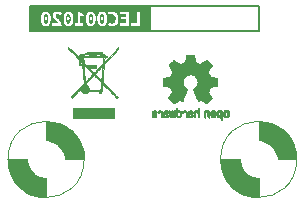
<source format=gbo>
G04 #@! TF.GenerationSoftware,KiCad,Pcbnew,6.0.9-8da3e8f707~116~ubuntu20.04.1*
G04 #@! TF.CreationDate,2023-03-26T14:19:45+00:00*
G04 #@! TF.ProjectId,LEC001020,4c454330-3031-4303-9230-2e6b69636164,rev?*
G04 #@! TF.SameCoordinates,Original*
G04 #@! TF.FileFunction,Legend,Bot*
G04 #@! TF.FilePolarity,Positive*
%FSLAX46Y46*%
G04 Gerber Fmt 4.6, Leading zero omitted, Abs format (unit mm)*
G04 Created by KiCad (PCBNEW 6.0.9-8da3e8f707~116~ubuntu20.04.1) date 2023-03-26 14:19:45*
%MOMM*%
%LPD*%
G01*
G04 APERTURE LIST*
%ADD10C,0.150000*%
%ADD11C,0.120000*%
%ADD12C,0.010000*%
G04 APERTURE END LIST*
D10*
X2150000Y-1000000D02*
X21500000Y-1000000D01*
X21500000Y-1000000D02*
X21500000Y-3100000D01*
X21500000Y-3100000D02*
X2150000Y-3100000D01*
X2150000Y-3100000D02*
X2150000Y-1000000D01*
D11*
G04 #@! TO.C,H1*
X24724903Y-14000000D02*
G75*
G03*
X24724903Y-14000000I-3224903J0D01*
G01*
G36*
X19900000Y-14100000D02*
G01*
X20000000Y-14500000D01*
X20200000Y-14900000D01*
X20600000Y-15300000D01*
X21000000Y-15500000D01*
X21400000Y-15600000D01*
X21500000Y-15600000D01*
X21500000Y-17224903D01*
X21000000Y-17200000D01*
X20000000Y-16900000D01*
X19200000Y-16300000D01*
X18700000Y-15600000D01*
X18400000Y-14900000D01*
X18300000Y-14500000D01*
X18300000Y-14000000D01*
X19900000Y-14000000D01*
X19900000Y-14100000D01*
G37*
D12*
X19900000Y-14100000D02*
X20000000Y-14500000D01*
X20200000Y-14900000D01*
X20600000Y-15300000D01*
X21000000Y-15500000D01*
X21400000Y-15600000D01*
X21500000Y-15600000D01*
X21500000Y-17224903D01*
X21000000Y-17200000D01*
X20000000Y-16900000D01*
X19200000Y-16300000D01*
X18700000Y-15600000D01*
X18400000Y-14900000D01*
X18300000Y-14500000D01*
X18300000Y-14000000D01*
X19900000Y-14000000D01*
X19900000Y-14100000D01*
G36*
X22000000Y-10800000D02*
G01*
X23000000Y-11100000D01*
X23800000Y-11700000D01*
X24300000Y-12400000D01*
X24600000Y-13100000D01*
X24700000Y-13500000D01*
X24700000Y-14000000D01*
X23100000Y-14000000D01*
X23100000Y-13900000D01*
X23000000Y-13500000D01*
X22800000Y-13100000D01*
X22400000Y-12700000D01*
X22000000Y-12500000D01*
X21600000Y-12400000D01*
X21500000Y-12400000D01*
X21500000Y-10775097D01*
X22000000Y-10800000D01*
G37*
X22000000Y-10800000D02*
X23000000Y-11100000D01*
X23800000Y-11700000D01*
X24300000Y-12400000D01*
X24600000Y-13100000D01*
X24700000Y-13500000D01*
X24700000Y-14000000D01*
X23100000Y-14000000D01*
X23100000Y-13900000D01*
X23000000Y-13500000D01*
X22800000Y-13100000D01*
X22400000Y-12700000D01*
X22000000Y-12500000D01*
X21600000Y-12400000D01*
X21500000Y-12400000D01*
X21500000Y-10775097D01*
X22000000Y-10800000D01*
D11*
G04 #@! TO.C,H2*
X6724903Y-14000000D02*
G75*
G03*
X6724903Y-14000000I-3224903J0D01*
G01*
G36*
X1900000Y-14100000D02*
G01*
X2000000Y-14500000D01*
X2200000Y-14900000D01*
X2600000Y-15300000D01*
X3000000Y-15500000D01*
X3400000Y-15600000D01*
X3500000Y-15600000D01*
X3500000Y-17224903D01*
X3000000Y-17200000D01*
X2000000Y-16900000D01*
X1200000Y-16300000D01*
X700000Y-15600000D01*
X400000Y-14900000D01*
X300000Y-14500000D01*
X300000Y-14000000D01*
X1900000Y-14000000D01*
X1900000Y-14100000D01*
G37*
D12*
X1900000Y-14100000D02*
X2000000Y-14500000D01*
X2200000Y-14900000D01*
X2600000Y-15300000D01*
X3000000Y-15500000D01*
X3400000Y-15600000D01*
X3500000Y-15600000D01*
X3500000Y-17224903D01*
X3000000Y-17200000D01*
X2000000Y-16900000D01*
X1200000Y-16300000D01*
X700000Y-15600000D01*
X400000Y-14900000D01*
X300000Y-14500000D01*
X300000Y-14000000D01*
X1900000Y-14000000D01*
X1900000Y-14100000D01*
G36*
X4000000Y-10800000D02*
G01*
X5000000Y-11100000D01*
X5800000Y-11700000D01*
X6300000Y-12400000D01*
X6600000Y-13100000D01*
X6700000Y-13500000D01*
X6700000Y-14000000D01*
X5100000Y-14000000D01*
X5100000Y-13900000D01*
X5000000Y-13500000D01*
X4800000Y-13100000D01*
X4400000Y-12700000D01*
X4000000Y-12500000D01*
X3600000Y-12400000D01*
X3500000Y-12400000D01*
X3500000Y-10775097D01*
X4000000Y-10800000D01*
G37*
X4000000Y-10800000D02*
X5000000Y-11100000D01*
X5800000Y-11700000D01*
X6300000Y-12400000D01*
X6600000Y-13100000D01*
X6700000Y-13500000D01*
X6700000Y-14000000D01*
X5100000Y-14000000D01*
X5100000Y-13900000D01*
X5000000Y-13500000D01*
X4800000Y-13100000D01*
X4400000Y-12700000D01*
X4000000Y-12500000D01*
X3600000Y-12400000D01*
X3500000Y-12400000D01*
X3500000Y-10775097D01*
X4000000Y-10800000D01*
G04 #@! TO.C,REF\u002A\u002A*
G36*
X9272971Y-10517822D02*
G01*
X5752178Y-10517822D01*
X5752178Y-9650198D01*
X9272971Y-9650198D01*
X9272971Y-10517822D01*
G37*
X9272971Y-10517822D02*
X5752178Y-10517822D01*
X5752178Y-9650198D01*
X9272971Y-9650198D01*
X9272971Y-10517822D01*
G36*
X8511662Y-5260696D02*
G01*
X8551314Y-5261782D01*
X8619109Y-5261782D01*
X8619109Y-5374951D01*
X8459577Y-5374951D01*
X8444682Y-5552732D01*
X8442682Y-5577037D01*
X8438023Y-5637880D01*
X8434731Y-5687389D01*
X8433092Y-5720992D01*
X8433390Y-5734116D01*
X8437724Y-5730343D01*
X8457496Y-5710676D01*
X8491679Y-5675818D01*
X8538541Y-5627576D01*
X8596354Y-5567757D01*
X8663387Y-5498167D01*
X8737912Y-5420615D01*
X8818197Y-5336907D01*
X8902513Y-5248849D01*
X8989130Y-5158250D01*
X9076319Y-5066915D01*
X9162349Y-4976653D01*
X9245492Y-4889269D01*
X9324016Y-4806572D01*
X9396192Y-4730368D01*
X9460291Y-4662463D01*
X9514583Y-4604666D01*
X9611592Y-4501040D01*
X9612034Y-4589315D01*
X9612475Y-4677589D01*
X9011938Y-5309158D01*
X8411401Y-5940726D01*
X8399396Y-6084674D01*
X8351365Y-6660635D01*
X8342876Y-6762791D01*
X8332343Y-6890612D01*
X8322621Y-7009767D01*
X8313898Y-7117914D01*
X8306358Y-7212713D01*
X8300187Y-7291819D01*
X8295573Y-7352892D01*
X8292700Y-7393590D01*
X8291754Y-7411570D01*
X8294251Y-7419808D01*
X8305471Y-7437599D01*
X8326751Y-7464411D01*
X8337021Y-7476129D01*
X8359225Y-7501466D01*
X8404023Y-7549986D01*
X8462281Y-7611192D01*
X8535129Y-7686307D01*
X8623703Y-7776550D01*
X8729134Y-7883145D01*
X8798492Y-7953093D01*
X8895179Y-8050658D01*
X8991526Y-8147941D01*
X9084638Y-8242014D01*
X9171618Y-8329950D01*
X9249569Y-8408820D01*
X9315596Y-8475699D01*
X9366802Y-8527658D01*
X9567514Y-8731620D01*
X9531058Y-8769671D01*
X9522460Y-8778245D01*
X9497095Y-8799297D01*
X9479695Y-8807723D01*
X9466071Y-8800530D01*
X9440743Y-8778944D01*
X9410379Y-8747995D01*
X9391896Y-8728448D01*
X9357427Y-8692752D01*
X9308712Y-8642684D01*
X9247469Y-8580001D01*
X9175420Y-8506457D01*
X9094285Y-8423810D01*
X9005784Y-8333815D01*
X8911637Y-8238228D01*
X8813565Y-8138805D01*
X8271161Y-7589343D01*
X8249066Y-7874746D01*
X8244250Y-7935662D01*
X8237216Y-8017548D01*
X8230872Y-8079569D01*
X8224748Y-8124987D01*
X8218373Y-8157062D01*
X8211277Y-8179052D01*
X8202991Y-8194219D01*
X8191393Y-8215416D01*
X8181850Y-8254386D01*
X8179010Y-8310531D01*
X8179010Y-8392773D01*
X7952674Y-8392773D01*
X7952674Y-8216733D01*
X7107082Y-8216733D01*
X7058203Y-8272262D01*
X7044836Y-8286722D01*
X6972388Y-8344813D01*
X6890532Y-8380576D01*
X6801900Y-8392773D01*
X6723692Y-8386306D01*
X6635233Y-8359047D01*
X6559507Y-8310328D01*
X6544748Y-8296403D01*
X6507864Y-8251328D01*
X6475503Y-8198819D01*
X6452297Y-8147061D01*
X6442879Y-8104239D01*
X6442697Y-8098023D01*
X6441342Y-8075246D01*
X6437800Y-8059513D01*
X6430390Y-8052068D01*
X6417431Y-8054156D01*
X6397243Y-8067020D01*
X6368145Y-8091905D01*
X6328456Y-8130053D01*
X6276496Y-8182710D01*
X6210584Y-8251119D01*
X6129040Y-8336524D01*
X6085604Y-8382112D01*
X6013000Y-8458441D01*
X5944309Y-8530808D01*
X5882223Y-8596366D01*
X5829434Y-8652274D01*
X5788634Y-8695686D01*
X5762515Y-8723758D01*
X5691119Y-8801436D01*
X5602863Y-8713416D01*
X6148690Y-8141287D01*
X6183105Y-8105188D01*
X6305546Y-7976272D01*
X6410651Y-7864754D01*
X6498736Y-7770288D01*
X6570116Y-7692529D01*
X6620588Y-7636174D01*
X6827247Y-7636174D01*
X6828872Y-7649434D01*
X6829156Y-7650819D01*
X6842698Y-7682228D01*
X6869748Y-7696863D01*
X6953129Y-7728063D01*
X7027418Y-7780038D01*
X7085846Y-7848791D01*
X7125890Y-7931315D01*
X7145026Y-8024606D01*
X7151364Y-8103565D01*
X8100838Y-8103565D01*
X8107458Y-8075273D01*
X8108629Y-8068329D01*
X8112268Y-8037281D01*
X8117234Y-7987081D01*
X8123157Y-7921727D01*
X8129669Y-7845219D01*
X8136401Y-7761555D01*
X8158724Y-7476129D01*
X7857826Y-7170565D01*
X7802636Y-7114704D01*
X7735109Y-7046888D01*
X7674529Y-6986643D01*
X7623021Y-6936052D01*
X7582710Y-6897200D01*
X7555722Y-6872170D01*
X7544182Y-6863046D01*
X7536444Y-6867405D01*
X7513395Y-6887241D01*
X7478709Y-6920375D01*
X7435487Y-6963820D01*
X7386832Y-7014587D01*
X7374140Y-7028051D01*
X7317229Y-7088275D01*
X7249414Y-7159864D01*
X7175800Y-7237437D01*
X7101493Y-7315611D01*
X7031599Y-7389005D01*
X7027401Y-7393409D01*
X6962420Y-7461785D01*
X6912836Y-7514732D01*
X6876688Y-7554767D01*
X6852016Y-7584411D01*
X6836858Y-7606181D01*
X6829256Y-7622595D01*
X6827247Y-7636174D01*
X6620588Y-7636174D01*
X6625105Y-7631131D01*
X6664019Y-7585748D01*
X6687173Y-7556035D01*
X6694882Y-7541644D01*
X6694883Y-7541559D01*
X6693825Y-7523624D01*
X6690737Y-7483421D01*
X6685858Y-7423687D01*
X6679432Y-7347158D01*
X6671700Y-7256569D01*
X6662905Y-7154657D01*
X6653287Y-7044159D01*
X6643091Y-6927811D01*
X6632556Y-6808348D01*
X6621926Y-6688507D01*
X6611442Y-6571025D01*
X6601346Y-6458637D01*
X6591881Y-6354081D01*
X6583288Y-6260091D01*
X6575809Y-6179405D01*
X6569687Y-6114759D01*
X6565162Y-6068888D01*
X6562478Y-6044530D01*
X6557067Y-6003732D01*
X6686253Y-6003732D01*
X6687908Y-6034653D01*
X6691549Y-6086653D01*
X6696995Y-6157487D01*
X6704063Y-6244911D01*
X6712570Y-6346681D01*
X6722335Y-6460552D01*
X6733174Y-6584279D01*
X6744907Y-6715618D01*
X6754079Y-6816908D01*
X6765566Y-6942526D01*
X6776322Y-7058762D01*
X6786131Y-7163380D01*
X6794781Y-7254140D01*
X6802057Y-7328804D01*
X6807746Y-7385134D01*
X6811634Y-7420891D01*
X6813506Y-7433837D01*
X6819188Y-7429826D01*
X6840020Y-7410138D01*
X6873872Y-7376322D01*
X6918412Y-7330837D01*
X6971310Y-7276146D01*
X7030236Y-7214710D01*
X7092858Y-7148990D01*
X7156848Y-7081449D01*
X7219874Y-7014547D01*
X7279606Y-6950746D01*
X7333713Y-6892507D01*
X7379865Y-6842292D01*
X7415733Y-6802563D01*
X7438984Y-6775780D01*
X7445778Y-6766477D01*
X7627601Y-6766477D01*
X7903305Y-7041968D01*
X7970726Y-7109224D01*
X8034267Y-7172162D01*
X8083490Y-7220100D01*
X8120196Y-7254594D01*
X8146190Y-7277199D01*
X8163276Y-7289471D01*
X8173256Y-7292966D01*
X8177935Y-7289238D01*
X8179116Y-7279844D01*
X8179873Y-7264749D01*
X8182601Y-7225883D01*
X8187108Y-7166895D01*
X8193179Y-7090473D01*
X8200596Y-6999305D01*
X8209142Y-6896080D01*
X8218602Y-6783483D01*
X8228758Y-6664205D01*
X8237723Y-6559077D01*
X8247066Y-6448351D01*
X8255443Y-6347814D01*
X8262653Y-6259943D01*
X8268496Y-6187215D01*
X8272769Y-6132110D01*
X8275273Y-6097104D01*
X8275805Y-6084674D01*
X8275384Y-6084908D01*
X8263509Y-6096350D01*
X8237130Y-6123198D01*
X8198570Y-6163018D01*
X8150153Y-6213372D01*
X8094203Y-6271828D01*
X8033042Y-6335948D01*
X7968995Y-6403298D01*
X7904385Y-6471443D01*
X7841535Y-6537948D01*
X7782768Y-6600377D01*
X7730409Y-6656295D01*
X7629533Y-6764406D01*
X7627601Y-6766477D01*
X7445778Y-6766477D01*
X7447290Y-6764406D01*
X7439148Y-6753383D01*
X7415478Y-6726999D01*
X7378478Y-6687527D01*
X7330350Y-6637191D01*
X7273296Y-6578217D01*
X7209520Y-6512830D01*
X7141222Y-6443255D01*
X7070605Y-6371716D01*
X6999871Y-6300438D01*
X6931222Y-6231647D01*
X6866861Y-6167566D01*
X6808989Y-6110422D01*
X6759810Y-6062439D01*
X6721524Y-6025841D01*
X6696334Y-6002854D01*
X6686442Y-5995703D01*
X6686253Y-6003732D01*
X6557067Y-6003732D01*
X6555390Y-5991089D01*
X6280297Y-5991089D01*
X6280140Y-5890495D01*
X6380891Y-5890495D01*
X6462624Y-5890495D01*
X6469895Y-5890489D01*
X6510950Y-5889613D01*
X6533277Y-5885867D01*
X6542529Y-5877270D01*
X6544357Y-5861840D01*
X6536306Y-5839159D01*
X6508730Y-5801428D01*
X6462624Y-5752179D01*
X6380891Y-5671172D01*
X6380891Y-5890495D01*
X6280140Y-5890495D01*
X6279968Y-5780471D01*
X6279639Y-5569852D01*
X5827914Y-5110891D01*
X5376189Y-4651931D01*
X5375570Y-4564848D01*
X5374951Y-4477767D01*
X5916769Y-5026952D01*
X5969137Y-5079998D01*
X6077803Y-5189772D01*
X6170709Y-5283114D01*
X6249055Y-5361173D01*
X6314043Y-5425097D01*
X6366872Y-5476035D01*
X6408743Y-5515135D01*
X6440855Y-5543548D01*
X6464410Y-5562420D01*
X6480608Y-5572901D01*
X6490649Y-5576139D01*
X6507579Y-5575158D01*
X6517084Y-5567996D01*
X6518723Y-5548401D01*
X6514782Y-5510124D01*
X6512065Y-5486025D01*
X6508284Y-5445744D01*
X6506760Y-5418961D01*
X6506015Y-5409728D01*
X6498746Y-5399839D01*
X6478668Y-5396562D01*
X6439689Y-5397992D01*
X6429737Y-5398553D01*
X6389898Y-5397921D01*
X6361560Y-5389167D01*
X6341586Y-5374951D01*
X6624852Y-5374951D01*
X6629013Y-5422104D01*
X6630935Y-5443498D01*
X6636924Y-5501909D01*
X6642826Y-5540381D01*
X6649727Y-5562912D01*
X6658712Y-5573498D01*
X6670870Y-5576139D01*
X6681801Y-5577937D01*
X6689050Y-5586530D01*
X6693100Y-5606505D01*
X6694863Y-5642450D01*
X6695248Y-5698952D01*
X6695248Y-5821766D01*
X6735447Y-5861840D01*
X6833565Y-5959654D01*
X6971881Y-6097542D01*
X6971881Y-5991089D01*
X7726337Y-5991089D01*
X7726337Y-6230000D01*
X7107831Y-6230000D01*
X7317592Y-6446906D01*
X7357770Y-6488334D01*
X7413328Y-6545200D01*
X7461570Y-6594082D01*
X7499971Y-6632441D01*
X7526003Y-6657741D01*
X7537140Y-6667442D01*
X7541373Y-6664767D01*
X7561224Y-6646782D01*
X7595451Y-6613481D01*
X7642227Y-6566712D01*
X7699724Y-6508325D01*
X7766112Y-6440169D01*
X7839564Y-6364094D01*
X7918251Y-6281950D01*
X7997341Y-6198943D01*
X8074871Y-6117136D01*
X8137746Y-6050083D01*
X8187502Y-5996007D01*
X8225678Y-5953129D01*
X8253811Y-5919673D01*
X8273440Y-5893861D01*
X8286101Y-5873914D01*
X8293334Y-5858056D01*
X8296675Y-5844509D01*
X8297561Y-5837910D01*
X8301488Y-5801548D01*
X8306459Y-5748018D01*
X8311927Y-5683421D01*
X8317344Y-5613862D01*
X8319181Y-5589635D01*
X8324488Y-5524178D01*
X8329548Y-5467717D01*
X8333863Y-5425618D01*
X8336934Y-5403243D01*
X8342955Y-5374951D01*
X6624852Y-5374951D01*
X6341586Y-5374951D01*
X6333630Y-5369289D01*
X6328820Y-5365104D01*
X6289482Y-5314427D01*
X6273903Y-5261782D01*
X6614698Y-5261782D01*
X8029221Y-5261782D01*
X8241881Y-5261782D01*
X8298908Y-5261782D01*
X8315993Y-5261662D01*
X8341308Y-5259462D01*
X8348616Y-5252334D01*
X8342943Y-5237508D01*
X8341267Y-5234682D01*
X8322448Y-5212944D01*
X8295183Y-5188820D01*
X8267987Y-5169254D01*
X8249371Y-5161188D01*
X8247697Y-5162463D01*
X8243544Y-5179976D01*
X8241881Y-5211485D01*
X8241881Y-5261782D01*
X8029221Y-5261782D01*
X8025526Y-5171095D01*
X8021832Y-5080407D01*
X7946386Y-5065252D01*
X7908551Y-5058379D01*
X7845368Y-5048756D01*
X7786065Y-5041496D01*
X7701188Y-5032893D01*
X7701188Y-5136040D01*
X7122773Y-5136040D01*
X7122773Y-5045122D01*
X7050471Y-5053753D01*
X6939998Y-5072249D01*
X6828816Y-5105691D01*
X6736850Y-5152324D01*
X6662542Y-5212786D01*
X6614698Y-5261782D01*
X6273903Y-5261782D01*
X6272172Y-5255934D01*
X6277474Y-5194575D01*
X6305975Y-5135297D01*
X6308733Y-5131606D01*
X6346822Y-5099851D01*
X6396476Y-5081067D01*
X6450002Y-5076071D01*
X6499707Y-5085678D01*
X6537900Y-5110704D01*
X6550831Y-5123480D01*
X6563428Y-5126576D01*
X6581467Y-5116998D01*
X6611928Y-5093082D01*
X6621274Y-5085731D01*
X6693430Y-5039339D01*
X6778915Y-4998084D01*
X6848830Y-4972575D01*
X7223367Y-4972575D01*
X7223367Y-5035446D01*
X7600594Y-5035446D01*
X7600594Y-4972575D01*
X7223367Y-4972575D01*
X6848830Y-4972575D01*
X6869767Y-4964936D01*
X6958027Y-4942868D01*
X7035736Y-4934852D01*
X7043991Y-4934788D01*
X7089879Y-4930321D01*
X7115079Y-4917795D01*
X7122773Y-4895784D01*
X7123676Y-4888849D01*
X7128615Y-4882885D01*
X7140611Y-4878519D01*
X7162680Y-4875503D01*
X7197836Y-4873590D01*
X7249094Y-4872530D01*
X7319471Y-4872077D01*
X7411980Y-4871980D01*
X7498660Y-4872150D01*
X7572332Y-4872834D01*
X7626265Y-4874215D01*
X7663288Y-4876470D01*
X7686230Y-4879778D01*
X7697920Y-4884320D01*
X7701188Y-4890272D01*
X7711937Y-4904888D01*
X7742055Y-4914215D01*
X7753582Y-4915847D01*
X7792886Y-4921591D01*
X7845188Y-4929378D01*
X7902376Y-4938003D01*
X7933916Y-4942393D01*
X7980074Y-4947148D01*
X8012641Y-4948295D01*
X8026023Y-4945495D01*
X8028308Y-4943671D01*
X8049405Y-4939165D01*
X8087355Y-4936029D01*
X8136048Y-4934852D01*
X8241881Y-4934852D01*
X8241894Y-4972575D01*
X8241894Y-4975718D01*
X8242388Y-4988668D01*
X8248819Y-5010411D01*
X8267123Y-5028851D01*
X8302830Y-5050801D01*
X8334174Y-5070854D01*
X8381893Y-5109356D01*
X8425138Y-5152579D01*
X8458219Y-5194627D01*
X8475442Y-5229604D01*
X8479662Y-5243081D01*
X8487480Y-5252334D01*
X8490116Y-5255454D01*
X8511662Y-5260696D01*
G37*
X8511662Y-5260696D02*
X8551314Y-5261782D01*
X8619109Y-5261782D01*
X8619109Y-5374951D01*
X8459577Y-5374951D01*
X8444682Y-5552732D01*
X8442682Y-5577037D01*
X8438023Y-5637880D01*
X8434731Y-5687389D01*
X8433092Y-5720992D01*
X8433390Y-5734116D01*
X8437724Y-5730343D01*
X8457496Y-5710676D01*
X8491679Y-5675818D01*
X8538541Y-5627576D01*
X8596354Y-5567757D01*
X8663387Y-5498167D01*
X8737912Y-5420615D01*
X8818197Y-5336907D01*
X8902513Y-5248849D01*
X8989130Y-5158250D01*
X9076319Y-5066915D01*
X9162349Y-4976653D01*
X9245492Y-4889269D01*
X9324016Y-4806572D01*
X9396192Y-4730368D01*
X9460291Y-4662463D01*
X9514583Y-4604666D01*
X9611592Y-4501040D01*
X9612034Y-4589315D01*
X9612475Y-4677589D01*
X9011938Y-5309158D01*
X8411401Y-5940726D01*
X8399396Y-6084674D01*
X8351365Y-6660635D01*
X8342876Y-6762791D01*
X8332343Y-6890612D01*
X8322621Y-7009767D01*
X8313898Y-7117914D01*
X8306358Y-7212713D01*
X8300187Y-7291819D01*
X8295573Y-7352892D01*
X8292700Y-7393590D01*
X8291754Y-7411570D01*
X8294251Y-7419808D01*
X8305471Y-7437599D01*
X8326751Y-7464411D01*
X8337021Y-7476129D01*
X8359225Y-7501466D01*
X8404023Y-7549986D01*
X8462281Y-7611192D01*
X8535129Y-7686307D01*
X8623703Y-7776550D01*
X8729134Y-7883145D01*
X8798492Y-7953093D01*
X8895179Y-8050658D01*
X8991526Y-8147941D01*
X9084638Y-8242014D01*
X9171618Y-8329950D01*
X9249569Y-8408820D01*
X9315596Y-8475699D01*
X9366802Y-8527658D01*
X9567514Y-8731620D01*
X9531058Y-8769671D01*
X9522460Y-8778245D01*
X9497095Y-8799297D01*
X9479695Y-8807723D01*
X9466071Y-8800530D01*
X9440743Y-8778944D01*
X9410379Y-8747995D01*
X9391896Y-8728448D01*
X9357427Y-8692752D01*
X9308712Y-8642684D01*
X9247469Y-8580001D01*
X9175420Y-8506457D01*
X9094285Y-8423810D01*
X9005784Y-8333815D01*
X8911637Y-8238228D01*
X8813565Y-8138805D01*
X8271161Y-7589343D01*
X8249066Y-7874746D01*
X8244250Y-7935662D01*
X8237216Y-8017548D01*
X8230872Y-8079569D01*
X8224748Y-8124987D01*
X8218373Y-8157062D01*
X8211277Y-8179052D01*
X8202991Y-8194219D01*
X8191393Y-8215416D01*
X8181850Y-8254386D01*
X8179010Y-8310531D01*
X8179010Y-8392773D01*
X7952674Y-8392773D01*
X7952674Y-8216733D01*
X7107082Y-8216733D01*
X7058203Y-8272262D01*
X7044836Y-8286722D01*
X6972388Y-8344813D01*
X6890532Y-8380576D01*
X6801900Y-8392773D01*
X6723692Y-8386306D01*
X6635233Y-8359047D01*
X6559507Y-8310328D01*
X6544748Y-8296403D01*
X6507864Y-8251328D01*
X6475503Y-8198819D01*
X6452297Y-8147061D01*
X6442879Y-8104239D01*
X6442697Y-8098023D01*
X6441342Y-8075246D01*
X6437800Y-8059513D01*
X6430390Y-8052068D01*
X6417431Y-8054156D01*
X6397243Y-8067020D01*
X6368145Y-8091905D01*
X6328456Y-8130053D01*
X6276496Y-8182710D01*
X6210584Y-8251119D01*
X6129040Y-8336524D01*
X6085604Y-8382112D01*
X6013000Y-8458441D01*
X5944309Y-8530808D01*
X5882223Y-8596366D01*
X5829434Y-8652274D01*
X5788634Y-8695686D01*
X5762515Y-8723758D01*
X5691119Y-8801436D01*
X5602863Y-8713416D01*
X6148690Y-8141287D01*
X6183105Y-8105188D01*
X6305546Y-7976272D01*
X6410651Y-7864754D01*
X6498736Y-7770288D01*
X6570116Y-7692529D01*
X6620588Y-7636174D01*
X6827247Y-7636174D01*
X6828872Y-7649434D01*
X6829156Y-7650819D01*
X6842698Y-7682228D01*
X6869748Y-7696863D01*
X6953129Y-7728063D01*
X7027418Y-7780038D01*
X7085846Y-7848791D01*
X7125890Y-7931315D01*
X7145026Y-8024606D01*
X7151364Y-8103565D01*
X8100838Y-8103565D01*
X8107458Y-8075273D01*
X8108629Y-8068329D01*
X8112268Y-8037281D01*
X8117234Y-7987081D01*
X8123157Y-7921727D01*
X8129669Y-7845219D01*
X8136401Y-7761555D01*
X8158724Y-7476129D01*
X7857826Y-7170565D01*
X7802636Y-7114704D01*
X7735109Y-7046888D01*
X7674529Y-6986643D01*
X7623021Y-6936052D01*
X7582710Y-6897200D01*
X7555722Y-6872170D01*
X7544182Y-6863046D01*
X7536444Y-6867405D01*
X7513395Y-6887241D01*
X7478709Y-6920375D01*
X7435487Y-6963820D01*
X7386832Y-7014587D01*
X7374140Y-7028051D01*
X7317229Y-7088275D01*
X7249414Y-7159864D01*
X7175800Y-7237437D01*
X7101493Y-7315611D01*
X7031599Y-7389005D01*
X7027401Y-7393409D01*
X6962420Y-7461785D01*
X6912836Y-7514732D01*
X6876688Y-7554767D01*
X6852016Y-7584411D01*
X6836858Y-7606181D01*
X6829256Y-7622595D01*
X6827247Y-7636174D01*
X6620588Y-7636174D01*
X6625105Y-7631131D01*
X6664019Y-7585748D01*
X6687173Y-7556035D01*
X6694882Y-7541644D01*
X6694883Y-7541559D01*
X6693825Y-7523624D01*
X6690737Y-7483421D01*
X6685858Y-7423687D01*
X6679432Y-7347158D01*
X6671700Y-7256569D01*
X6662905Y-7154657D01*
X6653287Y-7044159D01*
X6643091Y-6927811D01*
X6632556Y-6808348D01*
X6621926Y-6688507D01*
X6611442Y-6571025D01*
X6601346Y-6458637D01*
X6591881Y-6354081D01*
X6583288Y-6260091D01*
X6575809Y-6179405D01*
X6569687Y-6114759D01*
X6565162Y-6068888D01*
X6562478Y-6044530D01*
X6557067Y-6003732D01*
X6686253Y-6003732D01*
X6687908Y-6034653D01*
X6691549Y-6086653D01*
X6696995Y-6157487D01*
X6704063Y-6244911D01*
X6712570Y-6346681D01*
X6722335Y-6460552D01*
X6733174Y-6584279D01*
X6744907Y-6715618D01*
X6754079Y-6816908D01*
X6765566Y-6942526D01*
X6776322Y-7058762D01*
X6786131Y-7163380D01*
X6794781Y-7254140D01*
X6802057Y-7328804D01*
X6807746Y-7385134D01*
X6811634Y-7420891D01*
X6813506Y-7433837D01*
X6819188Y-7429826D01*
X6840020Y-7410138D01*
X6873872Y-7376322D01*
X6918412Y-7330837D01*
X6971310Y-7276146D01*
X7030236Y-7214710D01*
X7092858Y-7148990D01*
X7156848Y-7081449D01*
X7219874Y-7014547D01*
X7279606Y-6950746D01*
X7333713Y-6892507D01*
X7379865Y-6842292D01*
X7415733Y-6802563D01*
X7438984Y-6775780D01*
X7445778Y-6766477D01*
X7627601Y-6766477D01*
X7903305Y-7041968D01*
X7970726Y-7109224D01*
X8034267Y-7172162D01*
X8083490Y-7220100D01*
X8120196Y-7254594D01*
X8146190Y-7277199D01*
X8163276Y-7289471D01*
X8173256Y-7292966D01*
X8177935Y-7289238D01*
X8179116Y-7279844D01*
X8179873Y-7264749D01*
X8182601Y-7225883D01*
X8187108Y-7166895D01*
X8193179Y-7090473D01*
X8200596Y-6999305D01*
X8209142Y-6896080D01*
X8218602Y-6783483D01*
X8228758Y-6664205D01*
X8237723Y-6559077D01*
X8247066Y-6448351D01*
X8255443Y-6347814D01*
X8262653Y-6259943D01*
X8268496Y-6187215D01*
X8272769Y-6132110D01*
X8275273Y-6097104D01*
X8275805Y-6084674D01*
X8275384Y-6084908D01*
X8263509Y-6096350D01*
X8237130Y-6123198D01*
X8198570Y-6163018D01*
X8150153Y-6213372D01*
X8094203Y-6271828D01*
X8033042Y-6335948D01*
X7968995Y-6403298D01*
X7904385Y-6471443D01*
X7841535Y-6537948D01*
X7782768Y-6600377D01*
X7730409Y-6656295D01*
X7629533Y-6764406D01*
X7627601Y-6766477D01*
X7445778Y-6766477D01*
X7447290Y-6764406D01*
X7439148Y-6753383D01*
X7415478Y-6726999D01*
X7378478Y-6687527D01*
X7330350Y-6637191D01*
X7273296Y-6578217D01*
X7209520Y-6512830D01*
X7141222Y-6443255D01*
X7070605Y-6371716D01*
X6999871Y-6300438D01*
X6931222Y-6231647D01*
X6866861Y-6167566D01*
X6808989Y-6110422D01*
X6759810Y-6062439D01*
X6721524Y-6025841D01*
X6696334Y-6002854D01*
X6686442Y-5995703D01*
X6686253Y-6003732D01*
X6557067Y-6003732D01*
X6555390Y-5991089D01*
X6280297Y-5991089D01*
X6280140Y-5890495D01*
X6380891Y-5890495D01*
X6462624Y-5890495D01*
X6469895Y-5890489D01*
X6510950Y-5889613D01*
X6533277Y-5885867D01*
X6542529Y-5877270D01*
X6544357Y-5861840D01*
X6536306Y-5839159D01*
X6508730Y-5801428D01*
X6462624Y-5752179D01*
X6380891Y-5671172D01*
X6380891Y-5890495D01*
X6280140Y-5890495D01*
X6279968Y-5780471D01*
X6279639Y-5569852D01*
X5827914Y-5110891D01*
X5376189Y-4651931D01*
X5375570Y-4564848D01*
X5374951Y-4477767D01*
X5916769Y-5026952D01*
X5969137Y-5079998D01*
X6077803Y-5189772D01*
X6170709Y-5283114D01*
X6249055Y-5361173D01*
X6314043Y-5425097D01*
X6366872Y-5476035D01*
X6408743Y-5515135D01*
X6440855Y-5543548D01*
X6464410Y-5562420D01*
X6480608Y-5572901D01*
X6490649Y-5576139D01*
X6507579Y-5575158D01*
X6517084Y-5567996D01*
X6518723Y-5548401D01*
X6514782Y-5510124D01*
X6512065Y-5486025D01*
X6508284Y-5445744D01*
X6506760Y-5418961D01*
X6506015Y-5409728D01*
X6498746Y-5399839D01*
X6478668Y-5396562D01*
X6439689Y-5397992D01*
X6429737Y-5398553D01*
X6389898Y-5397921D01*
X6361560Y-5389167D01*
X6341586Y-5374951D01*
X6624852Y-5374951D01*
X6629013Y-5422104D01*
X6630935Y-5443498D01*
X6636924Y-5501909D01*
X6642826Y-5540381D01*
X6649727Y-5562912D01*
X6658712Y-5573498D01*
X6670870Y-5576139D01*
X6681801Y-5577937D01*
X6689050Y-5586530D01*
X6693100Y-5606505D01*
X6694863Y-5642450D01*
X6695248Y-5698952D01*
X6695248Y-5821766D01*
X6735447Y-5861840D01*
X6833565Y-5959654D01*
X6971881Y-6097542D01*
X6971881Y-5991089D01*
X7726337Y-5991089D01*
X7726337Y-6230000D01*
X7107831Y-6230000D01*
X7317592Y-6446906D01*
X7357770Y-6488334D01*
X7413328Y-6545200D01*
X7461570Y-6594082D01*
X7499971Y-6632441D01*
X7526003Y-6657741D01*
X7537140Y-6667442D01*
X7541373Y-6664767D01*
X7561224Y-6646782D01*
X7595451Y-6613481D01*
X7642227Y-6566712D01*
X7699724Y-6508325D01*
X7766112Y-6440169D01*
X7839564Y-6364094D01*
X7918251Y-6281950D01*
X7997341Y-6198943D01*
X8074871Y-6117136D01*
X8137746Y-6050083D01*
X8187502Y-5996007D01*
X8225678Y-5953129D01*
X8253811Y-5919673D01*
X8273440Y-5893861D01*
X8286101Y-5873914D01*
X8293334Y-5858056D01*
X8296675Y-5844509D01*
X8297561Y-5837910D01*
X8301488Y-5801548D01*
X8306459Y-5748018D01*
X8311927Y-5683421D01*
X8317344Y-5613862D01*
X8319181Y-5589635D01*
X8324488Y-5524178D01*
X8329548Y-5467717D01*
X8333863Y-5425618D01*
X8336934Y-5403243D01*
X8342955Y-5374951D01*
X6624852Y-5374951D01*
X6341586Y-5374951D01*
X6333630Y-5369289D01*
X6328820Y-5365104D01*
X6289482Y-5314427D01*
X6273903Y-5261782D01*
X6614698Y-5261782D01*
X8029221Y-5261782D01*
X8241881Y-5261782D01*
X8298908Y-5261782D01*
X8315993Y-5261662D01*
X8341308Y-5259462D01*
X8348616Y-5252334D01*
X8342943Y-5237508D01*
X8341267Y-5234682D01*
X8322448Y-5212944D01*
X8295183Y-5188820D01*
X8267987Y-5169254D01*
X8249371Y-5161188D01*
X8247697Y-5162463D01*
X8243544Y-5179976D01*
X8241881Y-5211485D01*
X8241881Y-5261782D01*
X8029221Y-5261782D01*
X8025526Y-5171095D01*
X8021832Y-5080407D01*
X7946386Y-5065252D01*
X7908551Y-5058379D01*
X7845368Y-5048756D01*
X7786065Y-5041496D01*
X7701188Y-5032893D01*
X7701188Y-5136040D01*
X7122773Y-5136040D01*
X7122773Y-5045122D01*
X7050471Y-5053753D01*
X6939998Y-5072249D01*
X6828816Y-5105691D01*
X6736850Y-5152324D01*
X6662542Y-5212786D01*
X6614698Y-5261782D01*
X6273903Y-5261782D01*
X6272172Y-5255934D01*
X6277474Y-5194575D01*
X6305975Y-5135297D01*
X6308733Y-5131606D01*
X6346822Y-5099851D01*
X6396476Y-5081067D01*
X6450002Y-5076071D01*
X6499707Y-5085678D01*
X6537900Y-5110704D01*
X6550831Y-5123480D01*
X6563428Y-5126576D01*
X6581467Y-5116998D01*
X6611928Y-5093082D01*
X6621274Y-5085731D01*
X6693430Y-5039339D01*
X6778915Y-4998084D01*
X6848830Y-4972575D01*
X7223367Y-4972575D01*
X7223367Y-5035446D01*
X7600594Y-5035446D01*
X7600594Y-4972575D01*
X7223367Y-4972575D01*
X6848830Y-4972575D01*
X6869767Y-4964936D01*
X6958027Y-4942868D01*
X7035736Y-4934852D01*
X7043991Y-4934788D01*
X7089879Y-4930321D01*
X7115079Y-4917795D01*
X7122773Y-4895784D01*
X7123676Y-4888849D01*
X7128615Y-4882885D01*
X7140611Y-4878519D01*
X7162680Y-4875503D01*
X7197836Y-4873590D01*
X7249094Y-4872530D01*
X7319471Y-4872077D01*
X7411980Y-4871980D01*
X7498660Y-4872150D01*
X7572332Y-4872834D01*
X7626265Y-4874215D01*
X7663288Y-4876470D01*
X7686230Y-4879778D01*
X7697920Y-4884320D01*
X7701188Y-4890272D01*
X7711937Y-4904888D01*
X7742055Y-4914215D01*
X7753582Y-4915847D01*
X7792886Y-4921591D01*
X7845188Y-4929378D01*
X7902376Y-4938003D01*
X7933916Y-4942393D01*
X7980074Y-4947148D01*
X8012641Y-4948295D01*
X8026023Y-4945495D01*
X8028308Y-4943671D01*
X8049405Y-4939165D01*
X8087355Y-4936029D01*
X8136048Y-4934852D01*
X8241881Y-4934852D01*
X8241894Y-4972575D01*
X8241894Y-4975718D01*
X8242388Y-4988668D01*
X8248819Y-5010411D01*
X8267123Y-5028851D01*
X8302830Y-5050801D01*
X8334174Y-5070854D01*
X8381893Y-5109356D01*
X8425138Y-5152579D01*
X8458219Y-5194627D01*
X8475442Y-5229604D01*
X8479662Y-5243081D01*
X8487480Y-5252334D01*
X8490116Y-5255454D01*
X8511662Y-5260696D01*
G04 #@! TO.C,kibuzzard-62971ED3*
G36*
X7118919Y-1861299D02*
G01*
X7146965Y-1780125D01*
X7209116Y-1700829D01*
X7294602Y-1674397D01*
X7378899Y-1700829D01*
X7441288Y-1780125D01*
X7469863Y-1861299D01*
X7487008Y-1963852D01*
X7492723Y-2087783D01*
X7487008Y-2212772D01*
X7469863Y-2315959D01*
X7441288Y-2397345D01*
X7378899Y-2476641D01*
X7294602Y-2503073D01*
X7209116Y-2476641D01*
X7146965Y-2397345D01*
X7118919Y-2315959D01*
X7102092Y-2212772D01*
X7096482Y-2087783D01*
X7097344Y-2068733D01*
X7187922Y-2068733D01*
X7217450Y-2157315D01*
X7292697Y-2194463D01*
X7370803Y-2157315D01*
X7399378Y-2068733D01*
X7370803Y-1979197D01*
X7292697Y-1941097D01*
X7217450Y-1979197D01*
X7187922Y-2068733D01*
X7097344Y-2068733D01*
X7102092Y-1963852D01*
X7118919Y-1861299D01*
G37*
G36*
X5213919Y-1861299D02*
G01*
X5241965Y-1780125D01*
X5304116Y-1700829D01*
X5389602Y-1674397D01*
X5473899Y-1700829D01*
X5536287Y-1780125D01*
X5564862Y-1861299D01*
X5582007Y-1963852D01*
X5587722Y-2087783D01*
X5582007Y-2212772D01*
X5564862Y-2315959D01*
X5536287Y-2397345D01*
X5473899Y-2476641D01*
X5389602Y-2503073D01*
X5304116Y-2476641D01*
X5241965Y-2397345D01*
X5213919Y-2315959D01*
X5197092Y-2212772D01*
X5191482Y-2087783D01*
X5192344Y-2068733D01*
X5282922Y-2068733D01*
X5312450Y-2157315D01*
X5387697Y-2194463D01*
X5465802Y-2157315D01*
X5494377Y-2068733D01*
X5465802Y-1979197D01*
X5387697Y-1941097D01*
X5312450Y-1979197D01*
X5282922Y-2068733D01*
X5192344Y-2068733D01*
X5197092Y-1963852D01*
X5213919Y-1861299D01*
G37*
G36*
X12426302Y-3101878D02*
G01*
X2173698Y-3101878D01*
X2173698Y-2087783D01*
X3075027Y-2087783D01*
X3081576Y-2233991D01*
X3101221Y-2360198D01*
X3133963Y-2466401D01*
X3179803Y-2552602D01*
X3260236Y-2637269D01*
X3361836Y-2688069D01*
X3484602Y-2705003D01*
X3607369Y-2688069D01*
X3623031Y-2680238D01*
X4033242Y-2680238D01*
X4802862Y-2680238D01*
X4807625Y-2632613D01*
X4806672Y-2592608D01*
X4797862Y-2501168D01*
X4771430Y-2417348D01*
X4731425Y-2340433D01*
X4681895Y-2269710D01*
X4625697Y-2204464D01*
X4565690Y-2143980D01*
X4506436Y-2087783D01*
X4980027Y-2087783D01*
X4986576Y-2233991D01*
X5006221Y-2360198D01*
X5038963Y-2466401D01*
X5084802Y-2552602D01*
X5165236Y-2637269D01*
X5266836Y-2688069D01*
X5389602Y-2705003D01*
X5512369Y-2688069D01*
X5528031Y-2680238D01*
X5943957Y-2680238D01*
X6660237Y-2680238D01*
X6660237Y-2485928D01*
X6412587Y-2485928D01*
X6412587Y-2087783D01*
X6885027Y-2087783D01*
X6891576Y-2233991D01*
X6911221Y-2360198D01*
X6943963Y-2466401D01*
X6989802Y-2552602D01*
X7070236Y-2637269D01*
X7171836Y-2688069D01*
X7294602Y-2705003D01*
X7417369Y-2688069D01*
X7518969Y-2637269D01*
X7599403Y-2552602D01*
X7645242Y-2466401D01*
X7677984Y-2360198D01*
X7697629Y-2233991D01*
X7704178Y-2087783D01*
X7837528Y-2087783D01*
X7844076Y-2233991D01*
X7863721Y-2360198D01*
X7896463Y-2466401D01*
X7942303Y-2552602D01*
X8022736Y-2637269D01*
X8124336Y-2688069D01*
X8247103Y-2705003D01*
X8369869Y-2688069D01*
X8471469Y-2637269D01*
X8484941Y-2623088D01*
X8782408Y-2623088D01*
X8916710Y-2679285D01*
X9007912Y-2698573D01*
X9111973Y-2705003D01*
X9265219Y-2687223D01*
X9281850Y-2680238D01*
X9752053Y-2680238D01*
X10508338Y-2680238D01*
X10704553Y-2680238D01*
X11445598Y-2680238D01*
X11445598Y-1501042D01*
X11209378Y-1501042D01*
X11209378Y-2485928D01*
X10704553Y-2485928D01*
X10704553Y-2680238D01*
X10508338Y-2680238D01*
X10508338Y-1501042D01*
X9793963Y-1501042D01*
X9793963Y-1695352D01*
X10274023Y-1695352D01*
X10274023Y-1960147D01*
X9856828Y-1960147D01*
X9856828Y-2154458D01*
X10274023Y-2154458D01*
X10274023Y-2485928D01*
X9752053Y-2485928D01*
X9752053Y-2680238D01*
X9281850Y-2680238D01*
X9392219Y-2633883D01*
X9492973Y-2544983D01*
X9550480Y-2456519D01*
X9591556Y-2351149D01*
X9616202Y-2228872D01*
X9624418Y-2089688D01*
X9614416Y-1951099D01*
X9584413Y-1828702D01*
X9536549Y-1723213D01*
X9472970Y-1635345D01*
X9394865Y-1565812D01*
X9303425Y-1515330D01*
X9200793Y-1484612D01*
X9089113Y-1474372D01*
X8975765Y-1484850D01*
X8887183Y-1508662D01*
X8823365Y-1537237D01*
X8784313Y-1560097D01*
X8845273Y-1746787D01*
X8951000Y-1698210D01*
X9092923Y-1678207D01*
X9200555Y-1698210D01*
X9293900Y-1764885D01*
X9360575Y-1889662D01*
X9379863Y-1977292D01*
X9386292Y-2083973D01*
X9378567Y-2208115D01*
X9355389Y-2311303D01*
X9316760Y-2393535D01*
X9225082Y-2474259D01*
X9089113Y-2501168D01*
X8937665Y-2480213D01*
X8841463Y-2438303D01*
X8782408Y-2623088D01*
X8484941Y-2623088D01*
X8551903Y-2552602D01*
X8597742Y-2466401D01*
X8630484Y-2360198D01*
X8650129Y-2233991D01*
X8656678Y-2087783D01*
X8650010Y-1943241D01*
X8630008Y-1818225D01*
X8596670Y-1712736D01*
X8549998Y-1626772D01*
X8468929Y-1542106D01*
X8367964Y-1491306D01*
X8247103Y-1474372D01*
X8124336Y-1491200D01*
X8022736Y-1541682D01*
X7942303Y-1625820D01*
X7896463Y-1711485D01*
X7863721Y-1817034D01*
X7844076Y-1942467D01*
X7837528Y-2087783D01*
X7704178Y-2087783D01*
X7697510Y-1943241D01*
X7677508Y-1818225D01*
X7644170Y-1712736D01*
X7597498Y-1626772D01*
X7516429Y-1542106D01*
X7415464Y-1491306D01*
X7294602Y-1474372D01*
X7171836Y-1491200D01*
X7070236Y-1541682D01*
X6989802Y-1625820D01*
X6943963Y-1711485D01*
X6911221Y-1817034D01*
X6891576Y-1942467D01*
X6885027Y-2087783D01*
X6412587Y-2087783D01*
X6412587Y-1826797D01*
X6534507Y-1894425D01*
X6650712Y-1941097D01*
X6726912Y-1746787D01*
X6627852Y-1702972D01*
X6521172Y-1643917D01*
X6420207Y-1575337D01*
X6338292Y-1501042D01*
X6178272Y-1501042D01*
X6178272Y-2485928D01*
X5943957Y-2485928D01*
X5943957Y-2680238D01*
X5528031Y-2680238D01*
X5613969Y-2637269D01*
X5694402Y-2552602D01*
X5740242Y-2466401D01*
X5772984Y-2360198D01*
X5792629Y-2233991D01*
X5799177Y-2087783D01*
X5792510Y-1943241D01*
X5772507Y-1818225D01*
X5739170Y-1712736D01*
X5692497Y-1626772D01*
X5611429Y-1542106D01*
X5510464Y-1491306D01*
X5389602Y-1474372D01*
X5266836Y-1491200D01*
X5165236Y-1541682D01*
X5084802Y-1625820D01*
X5038963Y-1711485D01*
X5006221Y-1817034D01*
X4986576Y-1942467D01*
X4980027Y-2087783D01*
X4506436Y-2087783D01*
X4505682Y-2087068D01*
X4449485Y-2032537D01*
X4359950Y-1929667D01*
X4324707Y-1828702D01*
X4368522Y-1717260D01*
X4479012Y-1678207D01*
X4595217Y-1704877D01*
X4715232Y-1794412D01*
X4831437Y-1630582D01*
X4749284Y-1561050D01*
X4655225Y-1512472D01*
X4555451Y-1483897D01*
X4456152Y-1474372D01*
X4317087Y-1495327D01*
X4198977Y-1558192D01*
X4117062Y-1663920D01*
X4086582Y-1811557D01*
X4109442Y-1928715D01*
X4170402Y-2038252D01*
X4256127Y-2141123D01*
X4353282Y-2236373D01*
X4410432Y-2290665D01*
X4471392Y-2355435D01*
X4519970Y-2423063D01*
X4539972Y-2485928D01*
X4033242Y-2485928D01*
X4033242Y-2680238D01*
X3623031Y-2680238D01*
X3708969Y-2637269D01*
X3789402Y-2552602D01*
X3835242Y-2466401D01*
X3867984Y-2360198D01*
X3887629Y-2233991D01*
X3894177Y-2087783D01*
X3887510Y-1943241D01*
X3867507Y-1818225D01*
X3834170Y-1712736D01*
X3787497Y-1626772D01*
X3706429Y-1542106D01*
X3605464Y-1491306D01*
X3484602Y-1474372D01*
X3361836Y-1491200D01*
X3260236Y-1541682D01*
X3179803Y-1625820D01*
X3133963Y-1711485D01*
X3101221Y-1817034D01*
X3081576Y-1942467D01*
X3075027Y-2087783D01*
X2173698Y-2087783D01*
X2173698Y-998122D01*
X12426302Y-998122D01*
X12426302Y-3101878D01*
G37*
G36*
X3308919Y-1861299D02*
G01*
X3336965Y-1780125D01*
X3399116Y-1700829D01*
X3484602Y-1674397D01*
X3568899Y-1700829D01*
X3631287Y-1780125D01*
X3659862Y-1861299D01*
X3677007Y-1963852D01*
X3682722Y-2087783D01*
X3677007Y-2212772D01*
X3659862Y-2315959D01*
X3631287Y-2397345D01*
X3568899Y-2476641D01*
X3484602Y-2503073D01*
X3399116Y-2476641D01*
X3336965Y-2397345D01*
X3308919Y-2315959D01*
X3292092Y-2212772D01*
X3286482Y-2087783D01*
X3287344Y-2068733D01*
X3377922Y-2068733D01*
X3407450Y-2157315D01*
X3482697Y-2194463D01*
X3560802Y-2157315D01*
X3589377Y-2068733D01*
X3560802Y-1979197D01*
X3482697Y-1941097D01*
X3407450Y-1979197D01*
X3377922Y-2068733D01*
X3287344Y-2068733D01*
X3292092Y-1963852D01*
X3308919Y-1861299D01*
G37*
G36*
X8071419Y-1861299D02*
G01*
X8099465Y-1780125D01*
X8161616Y-1700829D01*
X8247103Y-1674397D01*
X8331399Y-1700829D01*
X8393788Y-1780125D01*
X8422363Y-1861299D01*
X8439508Y-1963852D01*
X8445223Y-2087783D01*
X8439508Y-2212772D01*
X8422363Y-2315959D01*
X8393788Y-2397345D01*
X8331399Y-2476641D01*
X8247103Y-2503073D01*
X8161616Y-2476641D01*
X8099465Y-2397345D01*
X8071419Y-2315959D01*
X8054592Y-2212772D01*
X8048983Y-2087783D01*
X8049845Y-2068733D01*
X8140423Y-2068733D01*
X8169950Y-2157315D01*
X8245198Y-2194463D01*
X8323303Y-2157315D01*
X8351878Y-2068733D01*
X8323303Y-1979197D01*
X8245198Y-1941097D01*
X8169950Y-1979197D01*
X8140423Y-2068733D01*
X8049845Y-2068733D01*
X8054592Y-1963852D01*
X8071419Y-1861299D01*
G37*
G04 #@! TO.C,REF\u002A\u002A*
G36*
X15789483Y-9860569D02*
G01*
X15839376Y-9889661D01*
X15861325Y-9912327D01*
X15903504Y-9980082D01*
X15917714Y-10053950D01*
X15917714Y-10104770D01*
X15870999Y-10085128D01*
X15838692Y-10065308D01*
X15813231Y-10024160D01*
X15810616Y-10015675D01*
X15782478Y-9972451D01*
X15740067Y-9949103D01*
X15691370Y-9948100D01*
X15644373Y-9971914D01*
X15637357Y-9978056D01*
X15613893Y-10004745D01*
X15610019Y-10028014D01*
X15627768Y-10050862D01*
X15669179Y-10076287D01*
X15736286Y-10107288D01*
X15740824Y-10109252D01*
X15815322Y-10143990D01*
X15866203Y-10174763D01*
X15897525Y-10205488D01*
X15913343Y-10240082D01*
X15917714Y-10282462D01*
X15911986Y-10329446D01*
X15883062Y-10389585D01*
X15832178Y-10432788D01*
X15795374Y-10445759D01*
X15743434Y-10452856D01*
X15692999Y-10451340D01*
X15656983Y-10440632D01*
X15653158Y-10437966D01*
X15642998Y-10419337D01*
X15650048Y-10386505D01*
X15662297Y-10360735D01*
X15681939Y-10350006D01*
X15719191Y-10350539D01*
X15770908Y-10347462D01*
X15804701Y-10326212D01*
X15816114Y-10286877D01*
X15816104Y-10285747D01*
X15809187Y-10262913D01*
X15785659Y-10241963D01*
X15739914Y-10217815D01*
X15677704Y-10188741D01*
X15636499Y-10172925D01*
X15612712Y-10173944D01*
X15601597Y-10194837D01*
X15598408Y-10238641D01*
X15598400Y-10308393D01*
X15598044Y-10351452D01*
X15596413Y-10404626D01*
X15593761Y-10441022D01*
X15590422Y-10454514D01*
X15589530Y-10454423D01*
X15570237Y-10447110D01*
X15538284Y-10431678D01*
X15494124Y-10408842D01*
X15499371Y-10203078D01*
X15499736Y-10189432D01*
X15503904Y-10093651D01*
X15511268Y-10021462D01*
X15523330Y-9968058D01*
X15541593Y-9928633D01*
X15567560Y-9898380D01*
X15602733Y-9872493D01*
X15603384Y-9872087D01*
X15660256Y-9850968D01*
X15726033Y-9847400D01*
X15789483Y-9860569D01*
G37*
X15789483Y-9860569D02*
X15839376Y-9889661D01*
X15861325Y-9912327D01*
X15903504Y-9980082D01*
X15917714Y-10053950D01*
X15917714Y-10104770D01*
X15870999Y-10085128D01*
X15838692Y-10065308D01*
X15813231Y-10024160D01*
X15810616Y-10015675D01*
X15782478Y-9972451D01*
X15740067Y-9949103D01*
X15691370Y-9948100D01*
X15644373Y-9971914D01*
X15637357Y-9978056D01*
X15613893Y-10004745D01*
X15610019Y-10028014D01*
X15627768Y-10050862D01*
X15669179Y-10076287D01*
X15736286Y-10107288D01*
X15740824Y-10109252D01*
X15815322Y-10143990D01*
X15866203Y-10174763D01*
X15897525Y-10205488D01*
X15913343Y-10240082D01*
X15917714Y-10282462D01*
X15911986Y-10329446D01*
X15883062Y-10389585D01*
X15832178Y-10432788D01*
X15795374Y-10445759D01*
X15743434Y-10452856D01*
X15692999Y-10451340D01*
X15656983Y-10440632D01*
X15653158Y-10437966D01*
X15642998Y-10419337D01*
X15650048Y-10386505D01*
X15662297Y-10360735D01*
X15681939Y-10350006D01*
X15719191Y-10350539D01*
X15770908Y-10347462D01*
X15804701Y-10326212D01*
X15816114Y-10286877D01*
X15816104Y-10285747D01*
X15809187Y-10262913D01*
X15785659Y-10241963D01*
X15739914Y-10217815D01*
X15677704Y-10188741D01*
X15636499Y-10172925D01*
X15612712Y-10173944D01*
X15601597Y-10194837D01*
X15598408Y-10238641D01*
X15598400Y-10308393D01*
X15598044Y-10351452D01*
X15596413Y-10404626D01*
X15593761Y-10441022D01*
X15590422Y-10454514D01*
X15589530Y-10454423D01*
X15570237Y-10447110D01*
X15538284Y-10431678D01*
X15494124Y-10408842D01*
X15499371Y-10203078D01*
X15499736Y-10189432D01*
X15503904Y-10093651D01*
X15511268Y-10021462D01*
X15523330Y-9968058D01*
X15541593Y-9928633D01*
X15567560Y-9898380D01*
X15602733Y-9872493D01*
X15603384Y-9872087D01*
X15660256Y-9850968D01*
X15726033Y-9847400D01*
X15789483Y-9860569D01*
G36*
X15307691Y-9866467D02*
G01*
X15312273Y-9869003D01*
X15349704Y-9898057D01*
X15383170Y-9935410D01*
X15389007Y-9943852D01*
X15400165Y-9963553D01*
X15408136Y-9986935D01*
X15413618Y-10019067D01*
X15417307Y-10065019D01*
X15419899Y-10129859D01*
X15422092Y-10218657D01*
X15422402Y-10233669D01*
X15423400Y-10330999D01*
X15421994Y-10399934D01*
X15418164Y-10440948D01*
X15411889Y-10454514D01*
X15392898Y-10450452D01*
X15360638Y-10438144D01*
X15353041Y-10434545D01*
X15341176Y-10426398D01*
X15332994Y-10413004D01*
X15327643Y-10389608D01*
X15324269Y-10351455D01*
X15322019Y-10293790D01*
X15320040Y-10211857D01*
X15319498Y-10187907D01*
X15317403Y-10112266D01*
X15314683Y-10059328D01*
X15310515Y-10024075D01*
X15304079Y-10001487D01*
X15294550Y-9986544D01*
X15281106Y-9974227D01*
X15241305Y-9952634D01*
X15192341Y-9948476D01*
X15148529Y-9964999D01*
X15117008Y-9999210D01*
X15104914Y-10048114D01*
X15104578Y-10061407D01*
X15097972Y-10085472D01*
X15078470Y-10089144D01*
X15040283Y-10074813D01*
X15031438Y-10070217D01*
X15007534Y-10043186D01*
X15007061Y-10002994D01*
X15029836Y-9947409D01*
X15050727Y-9917117D01*
X15104142Y-9874084D01*
X15170074Y-9849755D01*
X15240574Y-9846443D01*
X15307691Y-9866467D01*
G37*
X15307691Y-9866467D02*
X15312273Y-9869003D01*
X15349704Y-9898057D01*
X15383170Y-9935410D01*
X15389007Y-9943852D01*
X15400165Y-9963553D01*
X15408136Y-9986935D01*
X15413618Y-10019067D01*
X15417307Y-10065019D01*
X15419899Y-10129859D01*
X15422092Y-10218657D01*
X15422402Y-10233669D01*
X15423400Y-10330999D01*
X15421994Y-10399934D01*
X15418164Y-10440948D01*
X15411889Y-10454514D01*
X15392898Y-10450452D01*
X15360638Y-10438144D01*
X15353041Y-10434545D01*
X15341176Y-10426398D01*
X15332994Y-10413004D01*
X15327643Y-10389608D01*
X15324269Y-10351455D01*
X15322019Y-10293790D01*
X15320040Y-10211857D01*
X15319498Y-10187907D01*
X15317403Y-10112266D01*
X15314683Y-10059328D01*
X15310515Y-10024075D01*
X15304079Y-10001487D01*
X15294550Y-9986544D01*
X15281106Y-9974227D01*
X15241305Y-9952634D01*
X15192341Y-9948476D01*
X15148529Y-9964999D01*
X15117008Y-9999210D01*
X15104914Y-10048114D01*
X15104578Y-10061407D01*
X15097972Y-10085472D01*
X15078470Y-10089144D01*
X15040283Y-10074813D01*
X15031438Y-10070217D01*
X15007534Y-10043186D01*
X15007061Y-10002994D01*
X15029836Y-9947409D01*
X15050727Y-9917117D01*
X15104142Y-9874084D01*
X15170074Y-9849755D01*
X15240574Y-9846443D01*
X15307691Y-9866467D01*
G36*
X15813933Y-5142371D02*
G01*
X15889856Y-5142865D01*
X15944491Y-5144135D01*
X15981500Y-5146547D01*
X16004547Y-5150467D01*
X16017296Y-5156262D01*
X16023411Y-5164299D01*
X16026556Y-5174943D01*
X16026646Y-5175325D01*
X16031814Y-5200347D01*
X16041209Y-5248681D01*
X16053867Y-5315260D01*
X16068825Y-5395014D01*
X16085119Y-5482875D01*
X16086448Y-5490064D01*
X16102691Y-5575340D01*
X16117805Y-5650242D01*
X16130808Y-5710219D01*
X16140715Y-5750717D01*
X16146544Y-5767184D01*
X16146575Y-5767210D01*
X16164943Y-5776320D01*
X16202640Y-5791457D01*
X16251543Y-5809358D01*
X16254297Y-5810330D01*
X16316817Y-5833959D01*
X16389543Y-5863595D01*
X16457294Y-5893062D01*
X16568703Y-5943626D01*
X16815399Y-5775160D01*
X16832775Y-5763311D01*
X16907202Y-5712947D01*
X16973614Y-5668612D01*
X17028039Y-5632916D01*
X17066506Y-5608471D01*
X17085042Y-5597889D01*
X17097743Y-5600315D01*
X17126579Y-5619110D01*
X17171143Y-5656330D01*
X17232670Y-5713020D01*
X17312398Y-5790227D01*
X17319532Y-5797255D01*
X17382796Y-5860222D01*
X17438990Y-5917268D01*
X17484677Y-5964817D01*
X17516414Y-5999297D01*
X17530764Y-6017131D01*
X17530810Y-6017217D01*
X17532633Y-6030795D01*
X17525910Y-6052820D01*
X17508946Y-6086304D01*
X17480044Y-6134261D01*
X17437508Y-6199704D01*
X17379644Y-6285645D01*
X17369783Y-6300151D01*
X17319913Y-6373635D01*
X17275905Y-6438687D01*
X17240380Y-6491417D01*
X17215959Y-6527936D01*
X17205264Y-6544356D01*
X17204458Y-6547834D01*
X17209518Y-6573785D01*
X17224677Y-6616159D01*
X17247463Y-6667728D01*
X17278429Y-6735170D01*
X17313004Y-6815195D01*
X17342366Y-6887629D01*
X17349645Y-6906377D01*
X17368710Y-6954246D01*
X17382715Y-6987596D01*
X17389041Y-7000114D01*
X17396025Y-7001050D01*
X17427413Y-7006461D01*
X17478787Y-7015806D01*
X17544802Y-7028069D01*
X17620113Y-7042232D01*
X17699375Y-7057280D01*
X17777243Y-7072195D01*
X17848370Y-7085961D01*
X17907412Y-7097562D01*
X17949022Y-7105980D01*
X17967857Y-7110199D01*
X17970980Y-7111389D01*
X17978591Y-7117805D01*
X17984254Y-7131465D01*
X17988251Y-7155999D01*
X17990866Y-7195038D01*
X17992384Y-7252213D01*
X17993086Y-7331154D01*
X17993257Y-7435492D01*
X17993257Y-7752799D01*
X17917057Y-7767839D01*
X17907840Y-7769642D01*
X17858891Y-7778980D01*
X17791205Y-7791669D01*
X17712478Y-7806273D01*
X17630400Y-7821355D01*
X17598078Y-7827422D01*
X17525855Y-7842181D01*
X17465666Y-7856137D01*
X17423040Y-7867952D01*
X17403510Y-7876287D01*
X17394660Y-7889905D01*
X17378548Y-7925938D01*
X17362065Y-7972572D01*
X17356263Y-7990034D01*
X17334906Y-8047358D01*
X17307359Y-8115201D01*
X17278107Y-8182355D01*
X17262463Y-8217430D01*
X17240174Y-8269822D01*
X17224857Y-8309058D01*
X17219162Y-8328563D01*
X17219478Y-8330036D01*
X17230281Y-8350729D01*
X17254638Y-8390665D01*
X17290081Y-8445972D01*
X17334136Y-8512781D01*
X17384332Y-8587220D01*
X17549501Y-8829623D01*
X17332503Y-9046983D01*
X17311516Y-9067899D01*
X17247342Y-9130505D01*
X17189990Y-9184495D01*
X17142820Y-9226826D01*
X17109192Y-9254457D01*
X17092467Y-9264343D01*
X17074303Y-9256821D01*
X17036265Y-9235227D01*
X16982726Y-9202151D01*
X16917884Y-9160191D01*
X16845940Y-9111943D01*
X16775275Y-9064291D01*
X16711526Y-9022328D01*
X16659513Y-8989165D01*
X16623279Y-8967378D01*
X16606867Y-8959543D01*
X16605905Y-8959614D01*
X16584103Y-8967338D01*
X16545440Y-8985323D01*
X16497612Y-9010013D01*
X16497110Y-9010284D01*
X16433587Y-9042099D01*
X16390060Y-9057642D01*
X16363052Y-9057685D01*
X16349090Y-9043000D01*
X16343180Y-9028544D01*
X16327229Y-8989831D01*
X16302660Y-8930316D01*
X16270779Y-8853165D01*
X16232893Y-8761541D01*
X16190310Y-8658607D01*
X16144337Y-8547526D01*
X16102667Y-8446472D01*
X16060268Y-8342780D01*
X16022756Y-8250119D01*
X15991388Y-8171642D01*
X15967425Y-8110500D01*
X15952123Y-8069843D01*
X15946743Y-8052825D01*
X15957018Y-8037219D01*
X15985563Y-8011162D01*
X16025971Y-7980887D01*
X16122979Y-7901684D01*
X16209793Y-7800475D01*
X16273322Y-7689116D01*
X16313177Y-7570893D01*
X16328965Y-7449095D01*
X16320296Y-7327010D01*
X16286778Y-7207925D01*
X16228021Y-7095129D01*
X16143632Y-6991911D01*
X16099631Y-6951713D01*
X15994211Y-6880638D01*
X15881410Y-6834301D01*
X15764525Y-6811599D01*
X15646853Y-6811428D01*
X15531690Y-6832687D01*
X15422335Y-6874270D01*
X15322083Y-6935076D01*
X15234233Y-7014001D01*
X15162080Y-7109941D01*
X15108922Y-7221795D01*
X15078057Y-7348457D01*
X15072392Y-7409507D01*
X15080185Y-7541776D01*
X15115284Y-7667266D01*
X15176649Y-7783759D01*
X15263243Y-7889039D01*
X15374029Y-7980887D01*
X15412931Y-8009930D01*
X15442104Y-8036272D01*
X15453257Y-8052800D01*
X15448810Y-8067209D01*
X15434378Y-8105815D01*
X15411173Y-8165201D01*
X15380452Y-8242215D01*
X15343474Y-8333703D01*
X15301496Y-8436516D01*
X15255778Y-8547502D01*
X15214178Y-8648072D01*
X15171222Y-8751947D01*
X15132829Y-8844819D01*
X15100305Y-8923525D01*
X15074958Y-8984899D01*
X15058095Y-9025779D01*
X15051025Y-9043000D01*
X15050943Y-9043204D01*
X15036798Y-9057745D01*
X15009659Y-9057579D01*
X14966023Y-9041927D01*
X14902388Y-9010013D01*
X14897379Y-9007326D01*
X14850125Y-8983150D01*
X14812811Y-8966037D01*
X14793133Y-8959543D01*
X14777005Y-8967218D01*
X14740959Y-8988871D01*
X14689092Y-9021928D01*
X14625445Y-9063810D01*
X14554060Y-9111943D01*
X14483724Y-9159131D01*
X14418670Y-9201267D01*
X14364820Y-9234578D01*
X14326374Y-9256469D01*
X14307534Y-9264343D01*
X14304325Y-9263343D01*
X14281954Y-9247584D01*
X14243733Y-9215033D01*
X14193021Y-9168733D01*
X14133181Y-9111726D01*
X14067571Y-9047058D01*
X13850648Y-8829772D01*
X14019601Y-8581253D01*
X14188553Y-8332733D01*
X14137183Y-8221595D01*
X14137031Y-8221266D01*
X14106183Y-8150418D01*
X14074661Y-8071523D01*
X14049266Y-8001600D01*
X14045423Y-7990322D01*
X14026047Y-7937967D01*
X14008574Y-7897283D01*
X13996388Y-7876287D01*
X13991426Y-7873322D01*
X13961634Y-7863375D01*
X13911047Y-7850505D01*
X13845194Y-7836053D01*
X13769600Y-7821355D01*
X13746957Y-7817210D01*
X13665038Y-7802116D01*
X13588600Y-7787899D01*
X13525337Y-7775995D01*
X13482943Y-7767839D01*
X13406743Y-7752799D01*
X13406743Y-7435492D01*
X13406760Y-7396476D01*
X13407082Y-7301292D01*
X13408033Y-7230255D01*
X13409896Y-7179734D01*
X13412955Y-7146098D01*
X13417494Y-7125718D01*
X13423795Y-7114962D01*
X13432143Y-7110199D01*
X13440224Y-7108270D01*
X13473172Y-7101445D01*
X13525736Y-7091022D01*
X13592569Y-7078018D01*
X13668328Y-7063449D01*
X13747665Y-7048333D01*
X13825237Y-7033685D01*
X13895698Y-7020523D01*
X13953702Y-7009863D01*
X13993904Y-7002721D01*
X14010959Y-7000114D01*
X14012112Y-6998541D01*
X14021385Y-6978119D01*
X14037432Y-6939045D01*
X14057635Y-6887629D01*
X14085672Y-6818353D01*
X14120186Y-6738290D01*
X14152538Y-6667728D01*
X14159952Y-6651889D01*
X14180755Y-6602293D01*
X14193219Y-6564038D01*
X14194863Y-6544356D01*
X14194015Y-6542962D01*
X14180548Y-6522420D01*
X14153850Y-6482516D01*
X14116539Y-6427140D01*
X14071234Y-6360177D01*
X14020552Y-6285517D01*
X13963445Y-6200692D01*
X13920607Y-6134800D01*
X13891460Y-6086478D01*
X13874317Y-6052733D01*
X13867495Y-6030572D01*
X13869306Y-6017002D01*
X13869915Y-6015984D01*
X13886297Y-5996210D01*
X13919695Y-5960175D01*
X13966671Y-5911451D01*
X14023786Y-5853612D01*
X14087603Y-5790227D01*
X14153802Y-5725905D01*
X14218648Y-5665447D01*
X14266299Y-5624655D01*
X14297990Y-5602484D01*
X14314958Y-5597889D01*
X14317175Y-5598921D01*
X14340524Y-5612837D01*
X14382912Y-5640030D01*
X14440369Y-5677889D01*
X14508923Y-5723803D01*
X14584601Y-5775160D01*
X14831298Y-5943626D01*
X14942706Y-5893062D01*
X14945943Y-5891597D01*
X15014343Y-5861965D01*
X15086907Y-5832493D01*
X15148457Y-5809358D01*
X15148729Y-5809262D01*
X15197595Y-5791367D01*
X15235212Y-5776253D01*
X15253457Y-5767184D01*
X15253752Y-5766855D01*
X15259946Y-5748282D01*
X15270139Y-5706045D01*
X15283348Y-5644696D01*
X15298590Y-5568789D01*
X15314881Y-5482875D01*
X15315449Y-5479796D01*
X15331713Y-5392128D01*
X15346608Y-5312741D01*
X15359171Y-5246701D01*
X15368438Y-5199079D01*
X15373444Y-5174943D01*
X15373764Y-5173605D01*
X15377060Y-5163273D01*
X15383738Y-5155506D01*
X15397462Y-5149940D01*
X15421895Y-5146207D01*
X15460702Y-5143942D01*
X15517546Y-5142778D01*
X15596090Y-5142348D01*
X15700000Y-5142286D01*
X15713056Y-5142286D01*
X15813933Y-5142371D01*
G37*
X15813933Y-5142371D02*
X15889856Y-5142865D01*
X15944491Y-5144135D01*
X15981500Y-5146547D01*
X16004547Y-5150467D01*
X16017296Y-5156262D01*
X16023411Y-5164299D01*
X16026556Y-5174943D01*
X16026646Y-5175325D01*
X16031814Y-5200347D01*
X16041209Y-5248681D01*
X16053867Y-5315260D01*
X16068825Y-5395014D01*
X16085119Y-5482875D01*
X16086448Y-5490064D01*
X16102691Y-5575340D01*
X16117805Y-5650242D01*
X16130808Y-5710219D01*
X16140715Y-5750717D01*
X16146544Y-5767184D01*
X16146575Y-5767210D01*
X16164943Y-5776320D01*
X16202640Y-5791457D01*
X16251543Y-5809358D01*
X16254297Y-5810330D01*
X16316817Y-5833959D01*
X16389543Y-5863595D01*
X16457294Y-5893062D01*
X16568703Y-5943626D01*
X16815399Y-5775160D01*
X16832775Y-5763311D01*
X16907202Y-5712947D01*
X16973614Y-5668612D01*
X17028039Y-5632916D01*
X17066506Y-5608471D01*
X17085042Y-5597889D01*
X17097743Y-5600315D01*
X17126579Y-5619110D01*
X17171143Y-5656330D01*
X17232670Y-5713020D01*
X17312398Y-5790227D01*
X17319532Y-5797255D01*
X17382796Y-5860222D01*
X17438990Y-5917268D01*
X17484677Y-5964817D01*
X17516414Y-5999297D01*
X17530764Y-6017131D01*
X17530810Y-6017217D01*
X17532633Y-6030795D01*
X17525910Y-6052820D01*
X17508946Y-6086304D01*
X17480044Y-6134261D01*
X17437508Y-6199704D01*
X17379644Y-6285645D01*
X17369783Y-6300151D01*
X17319913Y-6373635D01*
X17275905Y-6438687D01*
X17240380Y-6491417D01*
X17215959Y-6527936D01*
X17205264Y-6544356D01*
X17204458Y-6547834D01*
X17209518Y-6573785D01*
X17224677Y-6616159D01*
X17247463Y-6667728D01*
X17278429Y-6735170D01*
X17313004Y-6815195D01*
X17342366Y-6887629D01*
X17349645Y-6906377D01*
X17368710Y-6954246D01*
X17382715Y-6987596D01*
X17389041Y-7000114D01*
X17396025Y-7001050D01*
X17427413Y-7006461D01*
X17478787Y-7015806D01*
X17544802Y-7028069D01*
X17620113Y-7042232D01*
X17699375Y-7057280D01*
X17777243Y-7072195D01*
X17848370Y-7085961D01*
X17907412Y-7097562D01*
X17949022Y-7105980D01*
X17967857Y-7110199D01*
X17970980Y-7111389D01*
X17978591Y-7117805D01*
X17984254Y-7131465D01*
X17988251Y-7155999D01*
X17990866Y-7195038D01*
X17992384Y-7252213D01*
X17993086Y-7331154D01*
X17993257Y-7435492D01*
X17993257Y-7752799D01*
X17917057Y-7767839D01*
X17907840Y-7769642D01*
X17858891Y-7778980D01*
X17791205Y-7791669D01*
X17712478Y-7806273D01*
X17630400Y-7821355D01*
X17598078Y-7827422D01*
X17525855Y-7842181D01*
X17465666Y-7856137D01*
X17423040Y-7867952D01*
X17403510Y-7876287D01*
X17394660Y-7889905D01*
X17378548Y-7925938D01*
X17362065Y-7972572D01*
X17356263Y-7990034D01*
X17334906Y-8047358D01*
X17307359Y-8115201D01*
X17278107Y-8182355D01*
X17262463Y-8217430D01*
X17240174Y-8269822D01*
X17224857Y-8309058D01*
X17219162Y-8328563D01*
X17219478Y-8330036D01*
X17230281Y-8350729D01*
X17254638Y-8390665D01*
X17290081Y-8445972D01*
X17334136Y-8512781D01*
X17384332Y-8587220D01*
X17549501Y-8829623D01*
X17332503Y-9046983D01*
X17311516Y-9067899D01*
X17247342Y-9130505D01*
X17189990Y-9184495D01*
X17142820Y-9226826D01*
X17109192Y-9254457D01*
X17092467Y-9264343D01*
X17074303Y-9256821D01*
X17036265Y-9235227D01*
X16982726Y-9202151D01*
X16917884Y-9160191D01*
X16845940Y-9111943D01*
X16775275Y-9064291D01*
X16711526Y-9022328D01*
X16659513Y-8989165D01*
X16623279Y-8967378D01*
X16606867Y-8959543D01*
X16605905Y-8959614D01*
X16584103Y-8967338D01*
X16545440Y-8985323D01*
X16497612Y-9010013D01*
X16497110Y-9010284D01*
X16433587Y-9042099D01*
X16390060Y-9057642D01*
X16363052Y-9057685D01*
X16349090Y-9043000D01*
X16343180Y-9028544D01*
X16327229Y-8989831D01*
X16302660Y-8930316D01*
X16270779Y-8853165D01*
X16232893Y-8761541D01*
X16190310Y-8658607D01*
X16144337Y-8547526D01*
X16102667Y-8446472D01*
X16060268Y-8342780D01*
X16022756Y-8250119D01*
X15991388Y-8171642D01*
X15967425Y-8110500D01*
X15952123Y-8069843D01*
X15946743Y-8052825D01*
X15957018Y-8037219D01*
X15985563Y-8011162D01*
X16025971Y-7980887D01*
X16122979Y-7901684D01*
X16209793Y-7800475D01*
X16273322Y-7689116D01*
X16313177Y-7570893D01*
X16328965Y-7449095D01*
X16320296Y-7327010D01*
X16286778Y-7207925D01*
X16228021Y-7095129D01*
X16143632Y-6991911D01*
X16099631Y-6951713D01*
X15994211Y-6880638D01*
X15881410Y-6834301D01*
X15764525Y-6811599D01*
X15646853Y-6811428D01*
X15531690Y-6832687D01*
X15422335Y-6874270D01*
X15322083Y-6935076D01*
X15234233Y-7014001D01*
X15162080Y-7109941D01*
X15108922Y-7221795D01*
X15078057Y-7348457D01*
X15072392Y-7409507D01*
X15080185Y-7541776D01*
X15115284Y-7667266D01*
X15176649Y-7783759D01*
X15263243Y-7889039D01*
X15374029Y-7980887D01*
X15412931Y-8009930D01*
X15442104Y-8036272D01*
X15453257Y-8052800D01*
X15448810Y-8067209D01*
X15434378Y-8105815D01*
X15411173Y-8165201D01*
X15380452Y-8242215D01*
X15343474Y-8333703D01*
X15301496Y-8436516D01*
X15255778Y-8547502D01*
X15214178Y-8648072D01*
X15171222Y-8751947D01*
X15132829Y-8844819D01*
X15100305Y-8923525D01*
X15074958Y-8984899D01*
X15058095Y-9025779D01*
X15051025Y-9043000D01*
X15050943Y-9043204D01*
X15036798Y-9057745D01*
X15009659Y-9057579D01*
X14966023Y-9041927D01*
X14902388Y-9010013D01*
X14897379Y-9007326D01*
X14850125Y-8983150D01*
X14812811Y-8966037D01*
X14793133Y-8959543D01*
X14777005Y-8967218D01*
X14740959Y-8988871D01*
X14689092Y-9021928D01*
X14625445Y-9063810D01*
X14554060Y-9111943D01*
X14483724Y-9159131D01*
X14418670Y-9201267D01*
X14364820Y-9234578D01*
X14326374Y-9256469D01*
X14307534Y-9264343D01*
X14304325Y-9263343D01*
X14281954Y-9247584D01*
X14243733Y-9215033D01*
X14193021Y-9168733D01*
X14133181Y-9111726D01*
X14067571Y-9047058D01*
X13850648Y-8829772D01*
X14019601Y-8581253D01*
X14188553Y-8332733D01*
X14137183Y-8221595D01*
X14137031Y-8221266D01*
X14106183Y-8150418D01*
X14074661Y-8071523D01*
X14049266Y-8001600D01*
X14045423Y-7990322D01*
X14026047Y-7937967D01*
X14008574Y-7897283D01*
X13996388Y-7876287D01*
X13991426Y-7873322D01*
X13961634Y-7863375D01*
X13911047Y-7850505D01*
X13845194Y-7836053D01*
X13769600Y-7821355D01*
X13746957Y-7817210D01*
X13665038Y-7802116D01*
X13588600Y-7787899D01*
X13525337Y-7775995D01*
X13482943Y-7767839D01*
X13406743Y-7752799D01*
X13406743Y-7435492D01*
X13406760Y-7396476D01*
X13407082Y-7301292D01*
X13408033Y-7230255D01*
X13409896Y-7179734D01*
X13412955Y-7146098D01*
X13417494Y-7125718D01*
X13423795Y-7114962D01*
X13432143Y-7110199D01*
X13440224Y-7108270D01*
X13473172Y-7101445D01*
X13525736Y-7091022D01*
X13592569Y-7078018D01*
X13668328Y-7063449D01*
X13747665Y-7048333D01*
X13825237Y-7033685D01*
X13895698Y-7020523D01*
X13953702Y-7009863D01*
X13993904Y-7002721D01*
X14010959Y-7000114D01*
X14012112Y-6998541D01*
X14021385Y-6978119D01*
X14037432Y-6939045D01*
X14057635Y-6887629D01*
X14085672Y-6818353D01*
X14120186Y-6738290D01*
X14152538Y-6667728D01*
X14159952Y-6651889D01*
X14180755Y-6602293D01*
X14193219Y-6564038D01*
X14194863Y-6544356D01*
X14194015Y-6542962D01*
X14180548Y-6522420D01*
X14153850Y-6482516D01*
X14116539Y-6427140D01*
X14071234Y-6360177D01*
X14020552Y-6285517D01*
X13963445Y-6200692D01*
X13920607Y-6134800D01*
X13891460Y-6086478D01*
X13874317Y-6052733D01*
X13867495Y-6030572D01*
X13869306Y-6017002D01*
X13869915Y-6015984D01*
X13886297Y-5996210D01*
X13919695Y-5960175D01*
X13966671Y-5911451D01*
X14023786Y-5853612D01*
X14087603Y-5790227D01*
X14153802Y-5725905D01*
X14218648Y-5665447D01*
X14266299Y-5624655D01*
X14297990Y-5602484D01*
X14314958Y-5597889D01*
X14317175Y-5598921D01*
X14340524Y-5612837D01*
X14382912Y-5640030D01*
X14440369Y-5677889D01*
X14508923Y-5723803D01*
X14584601Y-5775160D01*
X14831298Y-5943626D01*
X14942706Y-5893062D01*
X14945943Y-5891597D01*
X15014343Y-5861965D01*
X15086907Y-5832493D01*
X15148457Y-5809358D01*
X15148729Y-5809262D01*
X15197595Y-5791367D01*
X15235212Y-5776253D01*
X15253457Y-5767184D01*
X15253752Y-5766855D01*
X15259946Y-5748282D01*
X15270139Y-5706045D01*
X15283348Y-5644696D01*
X15298590Y-5568789D01*
X15314881Y-5482875D01*
X15315449Y-5479796D01*
X15331713Y-5392128D01*
X15346608Y-5312741D01*
X15359171Y-5246701D01*
X15368438Y-5199079D01*
X15373444Y-5174943D01*
X15373764Y-5173605D01*
X15377060Y-5163273D01*
X15383738Y-5155506D01*
X15397462Y-5149940D01*
X15421895Y-5146207D01*
X15460702Y-5143942D01*
X15517546Y-5142778D01*
X15596090Y-5142348D01*
X15700000Y-5142286D01*
X15713056Y-5142286D01*
X15813933Y-5142371D01*
G36*
X18965701Y-10150935D02*
G01*
X18964914Y-10221119D01*
X18962210Y-10270022D01*
X18956606Y-10304178D01*
X18947119Y-10330124D01*
X18932768Y-10354397D01*
X18929237Y-10359433D01*
X18891878Y-10399143D01*
X18849311Y-10429092D01*
X18827452Y-10438810D01*
X18748908Y-10455020D01*
X18671231Y-10444535D01*
X18599645Y-10408707D01*
X18539374Y-10348887D01*
X18534286Y-10340873D01*
X18517730Y-10294342D01*
X18506573Y-10229552D01*
X18501160Y-10154727D01*
X18501768Y-10085513D01*
X18648248Y-10085513D01*
X18649402Y-10181399D01*
X18649866Y-10187569D01*
X18656629Y-10240478D01*
X18668671Y-10274029D01*
X18689005Y-10297016D01*
X18723097Y-10318548D01*
X18756814Y-10319680D01*
X18791543Y-10294857D01*
X18797584Y-10288325D01*
X18809417Y-10268779D01*
X18816404Y-10240386D01*
X18819727Y-10196430D01*
X18820571Y-10130192D01*
X18819125Y-10068150D01*
X18811907Y-10009042D01*
X18797006Y-9971686D01*
X18772636Y-9952152D01*
X18737008Y-9946514D01*
X18723440Y-9947635D01*
X18685430Y-9968194D01*
X18660312Y-10014299D01*
X18648248Y-10085513D01*
X18501768Y-10085513D01*
X18501833Y-10078096D01*
X18508937Y-10007882D01*
X18522815Y-9952312D01*
X18540649Y-9915301D01*
X18590855Y-9857733D01*
X18658885Y-9821962D01*
X18742158Y-9809665D01*
X18764398Y-9810331D01*
X18829891Y-9823947D01*
X18883687Y-9858249D01*
X18933057Y-9917338D01*
X18935995Y-9921722D01*
X18949287Y-9945299D01*
X18957932Y-9971949D01*
X18962904Y-10008159D01*
X18965174Y-10060413D01*
X18965678Y-10130192D01*
X18965714Y-10135200D01*
X18965701Y-10150935D01*
G37*
X18965701Y-10150935D02*
X18964914Y-10221119D01*
X18962210Y-10270022D01*
X18956606Y-10304178D01*
X18947119Y-10330124D01*
X18932768Y-10354397D01*
X18929237Y-10359433D01*
X18891878Y-10399143D01*
X18849311Y-10429092D01*
X18827452Y-10438810D01*
X18748908Y-10455020D01*
X18671231Y-10444535D01*
X18599645Y-10408707D01*
X18539374Y-10348887D01*
X18534286Y-10340873D01*
X18517730Y-10294342D01*
X18506573Y-10229552D01*
X18501160Y-10154727D01*
X18501768Y-10085513D01*
X18648248Y-10085513D01*
X18649402Y-10181399D01*
X18649866Y-10187569D01*
X18656629Y-10240478D01*
X18668671Y-10274029D01*
X18689005Y-10297016D01*
X18723097Y-10318548D01*
X18756814Y-10319680D01*
X18791543Y-10294857D01*
X18797584Y-10288325D01*
X18809417Y-10268779D01*
X18816404Y-10240386D01*
X18819727Y-10196430D01*
X18820571Y-10130192D01*
X18819125Y-10068150D01*
X18811907Y-10009042D01*
X18797006Y-9971686D01*
X18772636Y-9952152D01*
X18737008Y-9946514D01*
X18723440Y-9947635D01*
X18685430Y-9968194D01*
X18660312Y-10014299D01*
X18648248Y-10085513D01*
X18501768Y-10085513D01*
X18501833Y-10078096D01*
X18508937Y-10007882D01*
X18522815Y-9952312D01*
X18540649Y-9915301D01*
X18590855Y-9857733D01*
X18658885Y-9821962D01*
X18742158Y-9809665D01*
X18764398Y-9810331D01*
X18829891Y-9823947D01*
X18883687Y-9858249D01*
X18933057Y-9917338D01*
X18935995Y-9921722D01*
X18949287Y-9945299D01*
X18957932Y-9971949D01*
X18962904Y-10008159D01*
X18965174Y-10060413D01*
X18965678Y-10130192D01*
X18965714Y-10135200D01*
X18965701Y-10150935D01*
G36*
X14929537Y-10206313D02*
G01*
X14921345Y-10283462D01*
X14903519Y-10341276D01*
X14873975Y-10385422D01*
X14830625Y-10421568D01*
X14789332Y-10442463D01*
X14719987Y-10454090D01*
X14650736Y-10441377D01*
X14588145Y-10405945D01*
X14538779Y-10349418D01*
X14532818Y-10338995D01*
X14524945Y-10320733D01*
X14519106Y-10297429D01*
X14514999Y-10265085D01*
X14512325Y-10219704D01*
X14510781Y-10157287D01*
X14510734Y-10151748D01*
X14611429Y-10151748D01*
X14611772Y-10204577D01*
X14613942Y-10252362D01*
X14619307Y-10283209D01*
X14629217Y-10303935D01*
X14645021Y-10321356D01*
X14648724Y-10324705D01*
X14696299Y-10349419D01*
X14746635Y-10346890D01*
X14793517Y-10317288D01*
X14807477Y-10301953D01*
X14819160Y-10281622D01*
X14825686Y-10253514D01*
X14828524Y-10210550D01*
X14829143Y-10145647D01*
X14828837Y-10096122D01*
X14826722Y-10047782D01*
X14821390Y-10016587D01*
X14811460Y-9995647D01*
X14795550Y-9978073D01*
X14786204Y-9970159D01*
X14737776Y-9948843D01*
X14687040Y-9952198D01*
X14642987Y-9980107D01*
X14633504Y-9991173D01*
X14621939Y-10012009D01*
X14615252Y-10041106D01*
X14612173Y-10085381D01*
X14611429Y-10151748D01*
X14510734Y-10151748D01*
X14510067Y-10073837D01*
X14509883Y-9965358D01*
X14509829Y-9628601D01*
X14557000Y-9648362D01*
X14569472Y-9653770D01*
X14589324Y-9665985D01*
X14600687Y-9684482D01*
X14606933Y-9716829D01*
X14611429Y-9770593D01*
X14615535Y-9818866D01*
X14620963Y-9850557D01*
X14628739Y-9862383D01*
X14640457Y-9859212D01*
X14670318Y-9848067D01*
X14723684Y-9845304D01*
X14781093Y-9855625D01*
X14830625Y-9877861D01*
X14857876Y-9898443D01*
X14892865Y-9938600D01*
X14915274Y-9990086D01*
X14927190Y-10058568D01*
X14930542Y-10145647D01*
X14930698Y-10149714D01*
X14929537Y-10206313D01*
G37*
X14929537Y-10206313D02*
X14921345Y-10283462D01*
X14903519Y-10341276D01*
X14873975Y-10385422D01*
X14830625Y-10421568D01*
X14789332Y-10442463D01*
X14719987Y-10454090D01*
X14650736Y-10441377D01*
X14588145Y-10405945D01*
X14538779Y-10349418D01*
X14532818Y-10338995D01*
X14524945Y-10320733D01*
X14519106Y-10297429D01*
X14514999Y-10265085D01*
X14512325Y-10219704D01*
X14510781Y-10157287D01*
X14510734Y-10151748D01*
X14611429Y-10151748D01*
X14611772Y-10204577D01*
X14613942Y-10252362D01*
X14619307Y-10283209D01*
X14629217Y-10303935D01*
X14645021Y-10321356D01*
X14648724Y-10324705D01*
X14696299Y-10349419D01*
X14746635Y-10346890D01*
X14793517Y-10317288D01*
X14807477Y-10301953D01*
X14819160Y-10281622D01*
X14825686Y-10253514D01*
X14828524Y-10210550D01*
X14829143Y-10145647D01*
X14828837Y-10096122D01*
X14826722Y-10047782D01*
X14821390Y-10016587D01*
X14811460Y-9995647D01*
X14795550Y-9978073D01*
X14786204Y-9970159D01*
X14737776Y-9948843D01*
X14687040Y-9952198D01*
X14642987Y-9980107D01*
X14633504Y-9991173D01*
X14621939Y-10012009D01*
X14615252Y-10041106D01*
X14612173Y-10085381D01*
X14611429Y-10151748D01*
X14510734Y-10151748D01*
X14510067Y-10073837D01*
X14509883Y-9965358D01*
X14509829Y-9628601D01*
X14557000Y-9648362D01*
X14569472Y-9653770D01*
X14589324Y-9665985D01*
X14600687Y-9684482D01*
X14606933Y-9716829D01*
X14611429Y-9770593D01*
X14615535Y-9818866D01*
X14620963Y-9850557D01*
X14628739Y-9862383D01*
X14640457Y-9859212D01*
X14670318Y-9848067D01*
X14723684Y-9845304D01*
X14781093Y-9855625D01*
X14830625Y-9877861D01*
X14857876Y-9898443D01*
X14892865Y-9938600D01*
X14915274Y-9990086D01*
X14927190Y-10058568D01*
X14930542Y-10145647D01*
X14930698Y-10149714D01*
X14929537Y-10206313D01*
G36*
X16378543Y-9649444D02*
G01*
X16425714Y-9669342D01*
X16425714Y-10066509D01*
X16425519Y-10169498D01*
X16424998Y-10262141D01*
X16424199Y-10340700D01*
X16423172Y-10401439D01*
X16421963Y-10440623D01*
X16420623Y-10454514D01*
X16420099Y-10454468D01*
X16402287Y-10449420D01*
X16369823Y-10438580D01*
X16324114Y-10422646D01*
X16324114Y-10218173D01*
X16323824Y-10137832D01*
X16322474Y-10079562D01*
X16319369Y-10039909D01*
X16313812Y-10013618D01*
X16305107Y-9995436D01*
X16292556Y-9980107D01*
X16283999Y-9971955D01*
X16237728Y-9949375D01*
X16186728Y-9951375D01*
X16139993Y-9978073D01*
X16133189Y-9984698D01*
X16122293Y-9998456D01*
X16114836Y-10016642D01*
X16110169Y-10044177D01*
X16107642Y-10085981D01*
X16106602Y-10146973D01*
X16106400Y-10232073D01*
X16106303Y-10275234D01*
X16105674Y-10346224D01*
X16104556Y-10403076D01*
X16103063Y-10440828D01*
X16101309Y-10454514D01*
X16100785Y-10454468D01*
X16082973Y-10449420D01*
X16050509Y-10438580D01*
X16004800Y-10422646D01*
X16004823Y-10217237D01*
X16004857Y-10198951D01*
X16006778Y-10103626D01*
X16012678Y-10031543D01*
X16024001Y-9977813D01*
X16042187Y-9937549D01*
X16068679Y-9905861D01*
X16104918Y-9877861D01*
X16140263Y-9860333D01*
X16196773Y-9846785D01*
X16252356Y-9846015D01*
X16295086Y-9859195D01*
X16298298Y-9861015D01*
X16308205Y-9860820D01*
X16314975Y-9845572D01*
X16319861Y-9810613D01*
X16324114Y-9751289D01*
X16331371Y-9629547D01*
X16378543Y-9649444D01*
G37*
X16378543Y-9649444D02*
X16425714Y-9669342D01*
X16425714Y-10066509D01*
X16425519Y-10169498D01*
X16424998Y-10262141D01*
X16424199Y-10340700D01*
X16423172Y-10401439D01*
X16421963Y-10440623D01*
X16420623Y-10454514D01*
X16420099Y-10454468D01*
X16402287Y-10449420D01*
X16369823Y-10438580D01*
X16324114Y-10422646D01*
X16324114Y-10218173D01*
X16323824Y-10137832D01*
X16322474Y-10079562D01*
X16319369Y-10039909D01*
X16313812Y-10013618D01*
X16305107Y-9995436D01*
X16292556Y-9980107D01*
X16283999Y-9971955D01*
X16237728Y-9949375D01*
X16186728Y-9951375D01*
X16139993Y-9978073D01*
X16133189Y-9984698D01*
X16122293Y-9998456D01*
X16114836Y-10016642D01*
X16110169Y-10044177D01*
X16107642Y-10085981D01*
X16106602Y-10146973D01*
X16106400Y-10232073D01*
X16106303Y-10275234D01*
X16105674Y-10346224D01*
X16104556Y-10403076D01*
X16103063Y-10440828D01*
X16101309Y-10454514D01*
X16100785Y-10454468D01*
X16082973Y-10449420D01*
X16050509Y-10438580D01*
X16004800Y-10422646D01*
X16004823Y-10217237D01*
X16004857Y-10198951D01*
X16006778Y-10103626D01*
X16012678Y-10031543D01*
X16024001Y-9977813D01*
X16042187Y-9937549D01*
X16068679Y-9905861D01*
X16104918Y-9877861D01*
X16140263Y-9860333D01*
X16196773Y-9846785D01*
X16252356Y-9846015D01*
X16295086Y-9859195D01*
X16298298Y-9861015D01*
X16308205Y-9860820D01*
X16314975Y-9845572D01*
X16319861Y-9810613D01*
X16324114Y-9751289D01*
X16331371Y-9629547D01*
X16378543Y-9649444D01*
G36*
X18411252Y-10313000D02*
G01*
X18411651Y-10345339D01*
X18412929Y-10453455D01*
X18413185Y-10536186D01*
X18411634Y-10596426D01*
X18407490Y-10637073D01*
X18399964Y-10661023D01*
X18388271Y-10671171D01*
X18371624Y-10670414D01*
X18349236Y-10661648D01*
X18320321Y-10647769D01*
X18314142Y-10644808D01*
X18288413Y-10630311D01*
X18274976Y-10613065D01*
X18269834Y-10584308D01*
X18268990Y-10535283D01*
X18268952Y-10447257D01*
X18178276Y-10447257D01*
X18122498Y-10444815D01*
X18078640Y-10434908D01*
X18042218Y-10414886D01*
X18039503Y-10412929D01*
X18002546Y-10379869D01*
X17976826Y-10339931D01*
X17960606Y-10287657D01*
X17952148Y-10217588D01*
X17950083Y-10138430D01*
X18094857Y-10138430D01*
X18094882Y-10151697D01*
X18096261Y-10211584D01*
X18100687Y-10250732D01*
X18109461Y-10276153D01*
X18123886Y-10294857D01*
X18124784Y-10295750D01*
X18160237Y-10319952D01*
X18194596Y-10317567D01*
X18233403Y-10288260D01*
X18242895Y-10278244D01*
X18256876Y-10257708D01*
X18264760Y-10230997D01*
X18268245Y-10190499D01*
X18269029Y-10128603D01*
X18268350Y-10091130D01*
X18260983Y-10022980D01*
X18244168Y-9978330D01*
X18216234Y-9953926D01*
X18175509Y-9946514D01*
X18158350Y-9948094D01*
X18128660Y-9963766D01*
X18109031Y-9998691D01*
X18098188Y-10055901D01*
X18094857Y-10138430D01*
X17950083Y-10138430D01*
X17949714Y-10124267D01*
X17950253Y-10056169D01*
X17952707Y-10004587D01*
X17958158Y-9968816D01*
X17967686Y-9942015D01*
X17982371Y-9917338D01*
X17995852Y-9898480D01*
X18044799Y-9847568D01*
X18100256Y-9819918D01*
X18169928Y-9811165D01*
X18249664Y-9819890D01*
X18318595Y-9851185D01*
X18373113Y-9906381D01*
X18377223Y-9912224D01*
X18386808Y-9927753D01*
X18394151Y-9945498D01*
X18399612Y-9969290D01*
X18403550Y-10002958D01*
X18406323Y-10050333D01*
X18408292Y-10115245D01*
X18408528Y-10128603D01*
X18409815Y-10201524D01*
X18411252Y-10313000D01*
G37*
X18411252Y-10313000D02*
X18411651Y-10345339D01*
X18412929Y-10453455D01*
X18413185Y-10536186D01*
X18411634Y-10596426D01*
X18407490Y-10637073D01*
X18399964Y-10661023D01*
X18388271Y-10671171D01*
X18371624Y-10670414D01*
X18349236Y-10661648D01*
X18320321Y-10647769D01*
X18314142Y-10644808D01*
X18288413Y-10630311D01*
X18274976Y-10613065D01*
X18269834Y-10584308D01*
X18268990Y-10535283D01*
X18268952Y-10447257D01*
X18178276Y-10447257D01*
X18122498Y-10444815D01*
X18078640Y-10434908D01*
X18042218Y-10414886D01*
X18039503Y-10412929D01*
X18002546Y-10379869D01*
X17976826Y-10339931D01*
X17960606Y-10287657D01*
X17952148Y-10217588D01*
X17950083Y-10138430D01*
X18094857Y-10138430D01*
X18094882Y-10151697D01*
X18096261Y-10211584D01*
X18100687Y-10250732D01*
X18109461Y-10276153D01*
X18123886Y-10294857D01*
X18124784Y-10295750D01*
X18160237Y-10319952D01*
X18194596Y-10317567D01*
X18233403Y-10288260D01*
X18242895Y-10278244D01*
X18256876Y-10257708D01*
X18264760Y-10230997D01*
X18268245Y-10190499D01*
X18269029Y-10128603D01*
X18268350Y-10091130D01*
X18260983Y-10022980D01*
X18244168Y-9978330D01*
X18216234Y-9953926D01*
X18175509Y-9946514D01*
X18158350Y-9948094D01*
X18128660Y-9963766D01*
X18109031Y-9998691D01*
X18098188Y-10055901D01*
X18094857Y-10138430D01*
X17950083Y-10138430D01*
X17949714Y-10124267D01*
X17950253Y-10056169D01*
X17952707Y-10004587D01*
X17958158Y-9968816D01*
X17967686Y-9942015D01*
X17982371Y-9917338D01*
X17995852Y-9898480D01*
X18044799Y-9847568D01*
X18100256Y-9819918D01*
X18169928Y-9811165D01*
X18249664Y-9819890D01*
X18318595Y-9851185D01*
X18373113Y-9906381D01*
X18377223Y-9912224D01*
X18386808Y-9927753D01*
X18394151Y-9945498D01*
X18399612Y-9969290D01*
X18403550Y-10002958D01*
X18406323Y-10050333D01*
X18408292Y-10115245D01*
X18408528Y-10128603D01*
X18409815Y-10201524D01*
X18411252Y-10313000D01*
G36*
X17857684Y-10204078D02*
G01*
X17855078Y-10227387D01*
X17835660Y-10310352D01*
X17800573Y-10373448D01*
X17747212Y-10421808D01*
X17744196Y-10423804D01*
X17676362Y-10452185D01*
X17605535Y-10454711D01*
X17537289Y-10433097D01*
X17477196Y-10389062D01*
X17430829Y-10324322D01*
X17430050Y-10322761D01*
X17414643Y-10282558D01*
X17403357Y-10236866D01*
X17397370Y-10193972D01*
X17397861Y-10162160D01*
X17406007Y-10149714D01*
X17413244Y-10150471D01*
X17447851Y-10164235D01*
X17487078Y-10189546D01*
X17520448Y-10218845D01*
X17537483Y-10244572D01*
X17555192Y-10279471D01*
X17591485Y-10311212D01*
X17633630Y-10323886D01*
X17649077Y-10320221D01*
X17679569Y-10301774D01*
X17706128Y-10276166D01*
X17717486Y-10252934D01*
X17717482Y-10252848D01*
X17704596Y-10242179D01*
X17670241Y-10222933D01*
X17619593Y-10197813D01*
X17557829Y-10169524D01*
X17557489Y-10169374D01*
X17490388Y-10139498D01*
X17445411Y-10117973D01*
X17418145Y-10101437D01*
X17404178Y-10086531D01*
X17399097Y-10069893D01*
X17398490Y-10048162D01*
X17402712Y-10007013D01*
X17546000Y-10007013D01*
X17560791Y-10019949D01*
X17597644Y-10039333D01*
X17598725Y-10039881D01*
X17642205Y-10060587D01*
X17681102Y-10077105D01*
X17705778Y-10084093D01*
X17715676Y-10074753D01*
X17717486Y-10042748D01*
X17709966Y-10002915D01*
X17683897Y-9966717D01*
X17646154Y-9947950D01*
X17604077Y-9949845D01*
X17565005Y-9975632D01*
X17549647Y-9993451D01*
X17546000Y-10007013D01*
X17402712Y-10007013D01*
X17403833Y-9996086D01*
X17430251Y-9925335D01*
X17474473Y-9869735D01*
X17531697Y-9831239D01*
X17597120Y-9811797D01*
X17665937Y-9813359D01*
X17733347Y-9837878D01*
X17794544Y-9887302D01*
X17828450Y-9936212D01*
X17852806Y-10006027D01*
X17856767Y-10042748D01*
X17862299Y-10094055D01*
X17857684Y-10204078D01*
G37*
X17857684Y-10204078D02*
X17855078Y-10227387D01*
X17835660Y-10310352D01*
X17800573Y-10373448D01*
X17747212Y-10421808D01*
X17744196Y-10423804D01*
X17676362Y-10452185D01*
X17605535Y-10454711D01*
X17537289Y-10433097D01*
X17477196Y-10389062D01*
X17430829Y-10324322D01*
X17430050Y-10322761D01*
X17414643Y-10282558D01*
X17403357Y-10236866D01*
X17397370Y-10193972D01*
X17397861Y-10162160D01*
X17406007Y-10149714D01*
X17413244Y-10150471D01*
X17447851Y-10164235D01*
X17487078Y-10189546D01*
X17520448Y-10218845D01*
X17537483Y-10244572D01*
X17555192Y-10279471D01*
X17591485Y-10311212D01*
X17633630Y-10323886D01*
X17649077Y-10320221D01*
X17679569Y-10301774D01*
X17706128Y-10276166D01*
X17717486Y-10252934D01*
X17717482Y-10252848D01*
X17704596Y-10242179D01*
X17670241Y-10222933D01*
X17619593Y-10197813D01*
X17557829Y-10169524D01*
X17557489Y-10169374D01*
X17490388Y-10139498D01*
X17445411Y-10117973D01*
X17418145Y-10101437D01*
X17404178Y-10086531D01*
X17399097Y-10069893D01*
X17398490Y-10048162D01*
X17402712Y-10007013D01*
X17546000Y-10007013D01*
X17560791Y-10019949D01*
X17597644Y-10039333D01*
X17598725Y-10039881D01*
X17642205Y-10060587D01*
X17681102Y-10077105D01*
X17705778Y-10084093D01*
X17715676Y-10074753D01*
X17717486Y-10042748D01*
X17709966Y-10002915D01*
X17683897Y-9966717D01*
X17646154Y-9947950D01*
X17604077Y-9949845D01*
X17565005Y-9975632D01*
X17549647Y-9993451D01*
X17546000Y-10007013D01*
X17402712Y-10007013D01*
X17403833Y-9996086D01*
X17430251Y-9925335D01*
X17474473Y-9869735D01*
X17531697Y-9831239D01*
X17597120Y-9811797D01*
X17665937Y-9813359D01*
X17733347Y-9837878D01*
X17794544Y-9887302D01*
X17828450Y-9936212D01*
X17852806Y-10006027D01*
X17856767Y-10042748D01*
X17862299Y-10094055D01*
X17857684Y-10204078D01*
G36*
X13182829Y-9851097D02*
G01*
X13242753Y-9873355D01*
X13267673Y-9890080D01*
X13292910Y-9914043D01*
X13310912Y-9944526D01*
X13322858Y-9986023D01*
X13329930Y-10043032D01*
X13333308Y-10120047D01*
X13334171Y-10221565D01*
X13334002Y-10274027D01*
X13333153Y-10345715D01*
X13331711Y-10402925D01*
X13329814Y-10440809D01*
X13327597Y-10454514D01*
X13313172Y-10449981D01*
X13284054Y-10437670D01*
X13283181Y-10437272D01*
X13268060Y-10429356D01*
X13257891Y-10418495D01*
X13251691Y-10399471D01*
X13248478Y-10367069D01*
X13247270Y-10316071D01*
X13247086Y-10241261D01*
X13246714Y-10193804D01*
X13242750Y-10104615D01*
X13233673Y-10039287D01*
X13218524Y-9994393D01*
X13196345Y-9966507D01*
X13166175Y-9952203D01*
X13161990Y-9951206D01*
X13105480Y-9950427D01*
X13061410Y-9975744D01*
X13030972Y-10026502D01*
X13025544Y-10041175D01*
X13013171Y-10073649D01*
X13006905Y-10088572D01*
X12994036Y-10086516D01*
X12965933Y-10075357D01*
X12939721Y-10056927D01*
X12927771Y-10022098D01*
X12931336Y-9997151D01*
X12953235Y-9946547D01*
X12988644Y-9899128D01*
X13030052Y-9866334D01*
X13047400Y-9858752D01*
X13113089Y-9846076D01*
X13182829Y-9851097D01*
G37*
X13182829Y-9851097D02*
X13242753Y-9873355D01*
X13267673Y-9890080D01*
X13292910Y-9914043D01*
X13310912Y-9944526D01*
X13322858Y-9986023D01*
X13329930Y-10043032D01*
X13333308Y-10120047D01*
X13334171Y-10221565D01*
X13334002Y-10274027D01*
X13333153Y-10345715D01*
X13331711Y-10402925D01*
X13329814Y-10440809D01*
X13327597Y-10454514D01*
X13313172Y-10449981D01*
X13284054Y-10437670D01*
X13283181Y-10437272D01*
X13268060Y-10429356D01*
X13257891Y-10418495D01*
X13251691Y-10399471D01*
X13248478Y-10367069D01*
X13247270Y-10316071D01*
X13247086Y-10241261D01*
X13246714Y-10193804D01*
X13242750Y-10104615D01*
X13233673Y-10039287D01*
X13218524Y-9994393D01*
X13196345Y-9966507D01*
X13166175Y-9952203D01*
X13161990Y-9951206D01*
X13105480Y-9950427D01*
X13061410Y-9975744D01*
X13030972Y-10026502D01*
X13025544Y-10041175D01*
X13013171Y-10073649D01*
X13006905Y-10088572D01*
X12994036Y-10086516D01*
X12965933Y-10075357D01*
X12939721Y-10056927D01*
X12927771Y-10022098D01*
X12931336Y-9997151D01*
X12953235Y-9946547D01*
X12988644Y-9899128D01*
X13030052Y-9866334D01*
X13047400Y-9858752D01*
X13113089Y-9846076D01*
X13182829Y-9851097D01*
G36*
X17131020Y-9817822D02*
G01*
X17198810Y-9849680D01*
X17254366Y-9904770D01*
X17265881Y-9922016D01*
X17275432Y-9941562D01*
X17282206Y-9966198D01*
X17286819Y-10000711D01*
X17289888Y-10049889D01*
X17292029Y-10118519D01*
X17293859Y-10211389D01*
X17298404Y-10469007D01*
X17260225Y-10454491D01*
X17225268Y-10441156D01*
X17199097Y-10428323D01*
X17182013Y-10411780D01*
X17172086Y-10386465D01*
X17167386Y-10347316D01*
X17165982Y-10289268D01*
X17165943Y-10207261D01*
X17165744Y-10141895D01*
X17164559Y-10079173D01*
X17161729Y-10036334D01*
X17156609Y-10008220D01*
X17148553Y-9989675D01*
X17136914Y-9975543D01*
X17108303Y-9955600D01*
X17060239Y-9948083D01*
X17012688Y-9967079D01*
X17009550Y-9969511D01*
X16999769Y-9980748D01*
X16992553Y-9998770D01*
X16987299Y-10028026D01*
X16983402Y-10072962D01*
X16980256Y-10138028D01*
X16977257Y-10227670D01*
X16970000Y-10467697D01*
X16908314Y-10440044D01*
X16846629Y-10412391D01*
X16846629Y-10193246D01*
X16846884Y-10133711D01*
X16849086Y-10050892D01*
X16854661Y-9989227D01*
X16864941Y-9943748D01*
X16881258Y-9909484D01*
X16904943Y-9881466D01*
X16937328Y-9854723D01*
X16983907Y-9827780D01*
X17057287Y-9810191D01*
X17131020Y-9817822D01*
G37*
X17131020Y-9817822D02*
X17198810Y-9849680D01*
X17254366Y-9904770D01*
X17265881Y-9922016D01*
X17275432Y-9941562D01*
X17282206Y-9966198D01*
X17286819Y-10000711D01*
X17289888Y-10049889D01*
X17292029Y-10118519D01*
X17293859Y-10211389D01*
X17298404Y-10469007D01*
X17260225Y-10454491D01*
X17225268Y-10441156D01*
X17199097Y-10428323D01*
X17182013Y-10411780D01*
X17172086Y-10386465D01*
X17167386Y-10347316D01*
X17165982Y-10289268D01*
X17165943Y-10207261D01*
X17165744Y-10141895D01*
X17164559Y-10079173D01*
X17161729Y-10036334D01*
X17156609Y-10008220D01*
X17148553Y-9989675D01*
X17136914Y-9975543D01*
X17108303Y-9955600D01*
X17060239Y-9948083D01*
X17012688Y-9967079D01*
X17009550Y-9969511D01*
X16999769Y-9980748D01*
X16992553Y-9998770D01*
X16987299Y-10028026D01*
X16983402Y-10072962D01*
X16980256Y-10138028D01*
X16977257Y-10227670D01*
X16970000Y-10467697D01*
X16908314Y-10440044D01*
X16846629Y-10412391D01*
X16846629Y-10193246D01*
X16846884Y-10133711D01*
X16849086Y-10050892D01*
X16854661Y-9989227D01*
X16864941Y-9943748D01*
X16881258Y-9909484D01*
X16904943Y-9881466D01*
X16937328Y-9854723D01*
X16983907Y-9827780D01*
X17057287Y-9810191D01*
X17131020Y-9817822D01*
G36*
X12840307Y-10191305D02*
G01*
X12836762Y-10267521D01*
X12827483Y-10323294D01*
X12810375Y-10364613D01*
X12783344Y-10397467D01*
X12744292Y-10427846D01*
X12719445Y-10441660D01*
X12679615Y-10450965D01*
X12623665Y-10450230D01*
X12592385Y-10447283D01*
X12554653Y-10438283D01*
X12524494Y-10418720D01*
X12489408Y-10382267D01*
X12484720Y-10376943D01*
X12453177Y-10335969D01*
X12438128Y-10300283D01*
X12434286Y-10257966D01*
X12434286Y-10195779D01*
X12477742Y-10212182D01*
X12509424Y-10231356D01*
X12536962Y-10276347D01*
X12542711Y-10290752D01*
X12574855Y-10331546D01*
X12618611Y-10352081D01*
X12666254Y-10350235D01*
X12710057Y-10323886D01*
X12725111Y-10307455D01*
X12738763Y-10282667D01*
X12734493Y-10260144D01*
X12709916Y-10236964D01*
X12662651Y-10210202D01*
X12590314Y-10176934D01*
X12441543Y-10111816D01*
X12437595Y-10047308D01*
X12439079Y-10006220D01*
X12536010Y-10006220D01*
X12543368Y-10031657D01*
X12576848Y-10058814D01*
X12637614Y-10089714D01*
X12647669Y-10094190D01*
X12695751Y-10115017D01*
X12731726Y-10129665D01*
X12748444Y-10135200D01*
X12750977Y-10131126D01*
X12751993Y-10106247D01*
X12748369Y-10066257D01*
X12739242Y-10027152D01*
X12710773Y-9977884D01*
X12669678Y-9950122D01*
X12620590Y-9946364D01*
X12568144Y-9969109D01*
X12553609Y-9980481D01*
X12536010Y-10006220D01*
X12439079Y-10006220D01*
X12439338Y-9999064D01*
X12461281Y-9938096D01*
X12488979Y-9904497D01*
X12546405Y-9866966D01*
X12614527Y-9848006D01*
X12684947Y-9849507D01*
X12749267Y-9873355D01*
X12763426Y-9882513D01*
X12795904Y-9910849D01*
X12818116Y-9946695D01*
X12831804Y-9995384D01*
X12838715Y-10062249D01*
X12839628Y-10106247D01*
X12840590Y-10152622D01*
X12840307Y-10191305D01*
G37*
X12840307Y-10191305D02*
X12836762Y-10267521D01*
X12827483Y-10323294D01*
X12810375Y-10364613D01*
X12783344Y-10397467D01*
X12744292Y-10427846D01*
X12719445Y-10441660D01*
X12679615Y-10450965D01*
X12623665Y-10450230D01*
X12592385Y-10447283D01*
X12554653Y-10438283D01*
X12524494Y-10418720D01*
X12489408Y-10382267D01*
X12484720Y-10376943D01*
X12453177Y-10335969D01*
X12438128Y-10300283D01*
X12434286Y-10257966D01*
X12434286Y-10195779D01*
X12477742Y-10212182D01*
X12509424Y-10231356D01*
X12536962Y-10276347D01*
X12542711Y-10290752D01*
X12574855Y-10331546D01*
X12618611Y-10352081D01*
X12666254Y-10350235D01*
X12710057Y-10323886D01*
X12725111Y-10307455D01*
X12738763Y-10282667D01*
X12734493Y-10260144D01*
X12709916Y-10236964D01*
X12662651Y-10210202D01*
X12590314Y-10176934D01*
X12441543Y-10111816D01*
X12437595Y-10047308D01*
X12439079Y-10006220D01*
X12536010Y-10006220D01*
X12543368Y-10031657D01*
X12576848Y-10058814D01*
X12637614Y-10089714D01*
X12647669Y-10094190D01*
X12695751Y-10115017D01*
X12731726Y-10129665D01*
X12748444Y-10135200D01*
X12750977Y-10131126D01*
X12751993Y-10106247D01*
X12748369Y-10066257D01*
X12739242Y-10027152D01*
X12710773Y-9977884D01*
X12669678Y-9950122D01*
X12620590Y-9946364D01*
X12568144Y-9969109D01*
X12553609Y-9980481D01*
X12536010Y-10006220D01*
X12439079Y-10006220D01*
X12439338Y-9999064D01*
X12461281Y-9938096D01*
X12488979Y-9904497D01*
X12546405Y-9866966D01*
X12614527Y-9848006D01*
X12684947Y-9849507D01*
X12749267Y-9873355D01*
X12763426Y-9882513D01*
X12795904Y-9910849D01*
X12818116Y-9946695D01*
X12831804Y-9995384D01*
X12838715Y-10062249D01*
X12839628Y-10106247D01*
X12840590Y-10152622D01*
X12840307Y-10191305D01*
G36*
X14353941Y-9849282D02*
G01*
X14385774Y-9861758D01*
X14422743Y-9878602D01*
X14422743Y-10365196D01*
X14376812Y-10411127D01*
X14366320Y-10421427D01*
X14337255Y-10444320D01*
X14307943Y-10451735D01*
X14264326Y-10448321D01*
X14246568Y-10446114D01*
X14200767Y-10441445D01*
X14168743Y-10439585D01*
X14159244Y-10439869D01*
X14120274Y-10442948D01*
X14073160Y-10448321D01*
X14058085Y-10450168D01*
X14020110Y-10450893D01*
X13992325Y-10439429D01*
X13960674Y-10411127D01*
X13914743Y-10365196D01*
X13914743Y-10105055D01*
X13915101Y-10028180D01*
X13916216Y-9954886D01*
X13917952Y-9896850D01*
X13920167Y-9858663D01*
X13922721Y-9844914D01*
X13923256Y-9844951D01*
X13941808Y-9851793D01*
X13973153Y-9866868D01*
X14015608Y-9888822D01*
X14019604Y-10117240D01*
X14023600Y-10345657D01*
X14110686Y-10345657D01*
X14114657Y-10095286D01*
X14115916Y-10027227D01*
X14117718Y-9954482D01*
X14119671Y-9896730D01*
X14121612Y-9858648D01*
X14123377Y-9844914D01*
X14123885Y-9844962D01*
X14141482Y-9850015D01*
X14173834Y-9860849D01*
X14219543Y-9876783D01*
X14219765Y-10096706D01*
X14219988Y-10134909D01*
X14221531Y-10209146D01*
X14224292Y-10271145D01*
X14227977Y-10315308D01*
X14232292Y-10336041D01*
X14247732Y-10347131D01*
X14279241Y-10350556D01*
X14313886Y-10345657D01*
X14317857Y-10095286D01*
X14319278Y-10031663D01*
X14322225Y-9956356D01*
X14326079Y-9897286D01*
X14330542Y-9858718D01*
X14335317Y-9844914D01*
X14353941Y-9849282D01*
G37*
X14353941Y-9849282D02*
X14385774Y-9861758D01*
X14422743Y-9878602D01*
X14422743Y-10365196D01*
X14376812Y-10411127D01*
X14366320Y-10421427D01*
X14337255Y-10444320D01*
X14307943Y-10451735D01*
X14264326Y-10448321D01*
X14246568Y-10446114D01*
X14200767Y-10441445D01*
X14168743Y-10439585D01*
X14159244Y-10439869D01*
X14120274Y-10442948D01*
X14073160Y-10448321D01*
X14058085Y-10450168D01*
X14020110Y-10450893D01*
X13992325Y-10439429D01*
X13960674Y-10411127D01*
X13914743Y-10365196D01*
X13914743Y-10105055D01*
X13915101Y-10028180D01*
X13916216Y-9954886D01*
X13917952Y-9896850D01*
X13920167Y-9858663D01*
X13922721Y-9844914D01*
X13923256Y-9844951D01*
X13941808Y-9851793D01*
X13973153Y-9866868D01*
X14015608Y-9888822D01*
X14019604Y-10117240D01*
X14023600Y-10345657D01*
X14110686Y-10345657D01*
X14114657Y-10095286D01*
X14115916Y-10027227D01*
X14117718Y-9954482D01*
X14119671Y-9896730D01*
X14121612Y-9858648D01*
X14123377Y-9844914D01*
X14123885Y-9844962D01*
X14141482Y-9850015D01*
X14173834Y-9860849D01*
X14219543Y-9876783D01*
X14219765Y-10096706D01*
X14219988Y-10134909D01*
X14221531Y-10209146D01*
X14224292Y-10271145D01*
X14227977Y-10315308D01*
X14232292Y-10336041D01*
X14247732Y-10347131D01*
X14279241Y-10350556D01*
X14313886Y-10345657D01*
X14317857Y-10095286D01*
X14319278Y-10031663D01*
X14322225Y-9956356D01*
X14326079Y-9897286D01*
X14330542Y-9858718D01*
X14335317Y-9844914D01*
X14353941Y-9849282D01*
G36*
X13667495Y-9846220D02*
G01*
X13698599Y-9854121D01*
X13727559Y-9873817D01*
X13764831Y-9910484D01*
X13788801Y-9936378D01*
X13813770Y-9969997D01*
X13825031Y-10001506D01*
X13827657Y-10041485D01*
X13827657Y-10106917D01*
X13783035Y-10083842D01*
X13747673Y-10055724D01*
X13723451Y-10017848D01*
X13719291Y-10007551D01*
X13687594Y-9967637D01*
X13643554Y-9947624D01*
X13595531Y-9949572D01*
X13551886Y-9975543D01*
X13533420Y-9996635D01*
X13522663Y-10023619D01*
X13534178Y-10047634D01*
X13569981Y-10071791D01*
X13632090Y-10099199D01*
X13641515Y-10102985D01*
X13698058Y-10127759D01*
X13746580Y-10152189D01*
X13777451Y-10171486D01*
X13808371Y-10205953D01*
X13828927Y-10260957D01*
X13826744Y-10319983D01*
X13802424Y-10375845D01*
X13756568Y-10421355D01*
X13719438Y-10440727D01*
X13647711Y-10454292D01*
X13607852Y-10452462D01*
X13570953Y-10442568D01*
X13556797Y-10421806D01*
X13562091Y-10387613D01*
X13563631Y-10383092D01*
X13575842Y-10359116D01*
X13596174Y-10350042D01*
X13634908Y-10350649D01*
X13662257Y-10351474D01*
X13694257Y-10344392D01*
X13716182Y-10323219D01*
X13728670Y-10297152D01*
X13730062Y-10269845D01*
X13729998Y-10269685D01*
X13713807Y-10254930D01*
X13679155Y-10233457D01*
X13634321Y-10209458D01*
X13587582Y-10187125D01*
X13547217Y-10170652D01*
X13521504Y-10164229D01*
X13517679Y-10170518D01*
X13512864Y-10200115D01*
X13509566Y-10248447D01*
X13508343Y-10309372D01*
X13508058Y-10351542D01*
X13506718Y-10404653D01*
X13504528Y-10441025D01*
X13501769Y-10454514D01*
X13487344Y-10449981D01*
X13458226Y-10437670D01*
X13421257Y-10420826D01*
X13421257Y-10204721D01*
X13421493Y-10149327D01*
X13423729Y-10065207D01*
X13429423Y-10002800D01*
X13439903Y-9957358D01*
X13456497Y-9924133D01*
X13480531Y-9898378D01*
X13513333Y-9875344D01*
X13555124Y-9856335D01*
X13632287Y-9844914D01*
X13667495Y-9846220D01*
G37*
X13667495Y-9846220D02*
X13698599Y-9854121D01*
X13727559Y-9873817D01*
X13764831Y-9910484D01*
X13788801Y-9936378D01*
X13813770Y-9969997D01*
X13825031Y-10001506D01*
X13827657Y-10041485D01*
X13827657Y-10106917D01*
X13783035Y-10083842D01*
X13747673Y-10055724D01*
X13723451Y-10017848D01*
X13719291Y-10007551D01*
X13687594Y-9967637D01*
X13643554Y-9947624D01*
X13595531Y-9949572D01*
X13551886Y-9975543D01*
X13533420Y-9996635D01*
X13522663Y-10023619D01*
X13534178Y-10047634D01*
X13569981Y-10071791D01*
X13632090Y-10099199D01*
X13641515Y-10102985D01*
X13698058Y-10127759D01*
X13746580Y-10152189D01*
X13777451Y-10171486D01*
X13808371Y-10205953D01*
X13828927Y-10260957D01*
X13826744Y-10319983D01*
X13802424Y-10375845D01*
X13756568Y-10421355D01*
X13719438Y-10440727D01*
X13647711Y-10454292D01*
X13607852Y-10452462D01*
X13570953Y-10442568D01*
X13556797Y-10421806D01*
X13562091Y-10387613D01*
X13563631Y-10383092D01*
X13575842Y-10359116D01*
X13596174Y-10350042D01*
X13634908Y-10350649D01*
X13662257Y-10351474D01*
X13694257Y-10344392D01*
X13716182Y-10323219D01*
X13728670Y-10297152D01*
X13730062Y-10269845D01*
X13729998Y-10269685D01*
X13713807Y-10254930D01*
X13679155Y-10233457D01*
X13634321Y-10209458D01*
X13587582Y-10187125D01*
X13547217Y-10170652D01*
X13521504Y-10164229D01*
X13517679Y-10170518D01*
X13512864Y-10200115D01*
X13509566Y-10248447D01*
X13508343Y-10309372D01*
X13508058Y-10351542D01*
X13506718Y-10404653D01*
X13504528Y-10441025D01*
X13501769Y-10454514D01*
X13487344Y-10449981D01*
X13458226Y-10437670D01*
X13421257Y-10420826D01*
X13421257Y-10204721D01*
X13421493Y-10149327D01*
X13423729Y-10065207D01*
X13429423Y-10002800D01*
X13439903Y-9957358D01*
X13456497Y-9924133D01*
X13480531Y-9898378D01*
X13513333Y-9875344D01*
X13555124Y-9856335D01*
X13632287Y-9844914D01*
X13667495Y-9846220D01*
G04 #@! TD*
M02*

</source>
